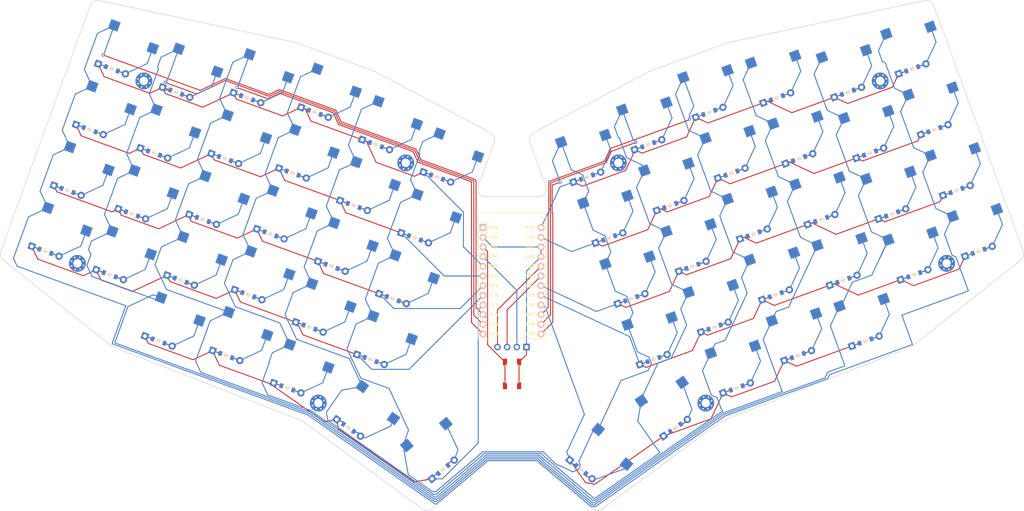
<source format=kicad_pcb>
(kicad_pcb (version 20240108) (generator "pcbnew") (generator_version "8.0")
  (title_block (title "tutorial") (rev "v1.0.0") (company "Unknown"))
  (layers (0 "F.Cu" signal) (31 "B.Cu" signal) (34 "B.Paste" user) (35 "F.Paste" user) (36 "B.SilkS" user "B.Silkscreen") (37 "F.SilkS" user "F.Silkscreen") (38 "B.Mask" user) (39 "F.Mask" user) (44 "Edge.Cuts" user))
  (net 0 "")
  (net 1 "P14")
  (net 2 "outer_bottom")
  (net 3 "outer_home")
  (net 4 "outer_top")
  (net 5 "outer_num")
  (net 6 "P16")
  (net 7 "pinky_bottom")
  (net 8 "pinky_home")
  (net 9 "pinky_top")
  (net 10 "pinky_num")
  (net 11 "ring_mod")
  (net 12 "P10")
  (net 13 "ring_bottom")
  (net 14 "ring_home")
  (net 15 "ring_top")
  (net 16 "ring_num")
  (net 17 "middle_mod")
  (net 18 "P7")
  (net 19 "middle_bottom")
  (net 20 "middle_home")
  (net 21 "middle_top")
  (net 22 "middle_num")
  (net 23 "index_mod")
  (net 24 "P8")
  (net 25 "index_bottom")
  (net 26 "index_home")
  (net 27 "index_top")
  (net 28 "index_num")
  (net 29 "P9")
  (net 30 "inner_bottom")
  (net 31 "inner_home")
  (net 32 "inner_top")
  (net 33 "inner_num")
  (net 34 "layer_cluster")
  (net 35 "space_cluster")
  (net 36 "mirror_outer_bottom")
  (net 37 "mirror_outer_home")
  (net 38 "mirror_outer_top")
  (net 39 "mirror_outer_num")
  (net 40 "mirror_pinky_bottom")
  (net 41 "mirror_pinky_home")
  (net 42 "mirror_pinky_top")
  (net 43 "mirror_pinky_num")
  (net 44 "mirror_ring_mod")
  (net 45 "mirror_ring_bottom")
  (net 46 "mirror_ring_home")
  (net 47 "mirror_ring_top")
  (net 48 "mirror_ring_num")
  (net 49 "mirror_middle_mod")
  (net 50 "mirror_middle_bottom")
  (net 51 "mirror_middle_home")
  (net 52 "mirror_middle_top")
  (net 53 "mirror_middle_num")
  (net 54 "mirror_index_mod")
  (net 55 "mirror_index_bottom")
  (net 56 "mirror_index_home")
  (net 57 "mirror_index_top")
  (net 58 "mirror_index_num")
  (net 59 "mirror_inner_bottom")
  (net 60 "mirror_inner_home")
  (net 61 "mirror_inner_top")
  (net 62 "mirror_inner_num")
  (net 63 "mirror_layer_cluster")
  (net 64 "mirror_space_cluster")
  (net 65 "P18")
  (net 66 "P19")
  (net 67 "P20")
  (net 68 "P21")
  (net 69 "P15")
  (net 70 "P5")
  (net 71 "P4")
  (net 72 "P0")
  (net 73 "P1")
  (net 74 "P6")
  (net 75 "RAW")
  (net 76 "GND")
  (net 77 "RST")
  (net 78 "VCC")
  (net 79 "P2")
  (net 80 "P3")
  (footprint "E73:SW_TACT_ALPS_SKQGABE010" (layer "F.Cu") (at 176.506022 151.324862 -90)
    (property "Reference" "B1" (hide yes))
    (property "Value" "" (hide yes))
  )
  (footprint "PG1350" (layer "F.Cu") (at 96.988996 106.062586 -20)
    (property "Reference" "S11" (hide yes))
    (property "Value" "" (hide yes))
  )
  (footprint "PG1350" (layer "F.Cu") (at 261.837414 122.037364 20)
    (property "Reference" "S39" (hide yes))
    (property "Value" "" (hide yes))
  )
  (footprint "PG1350" (layer "F.Cu") (at 61.449962 98.448328 -20)
    (property "Reference" "S2" (hide yes))
    (property "Value" "" (hide yes))
  )
  (footprint "ComboDiode" (layer "F.Cu") (at 53.92551 119.121576 -20)
    (property "Reference" "D1" (hide yes))
    (property "Value" "" (hide yes))
  )
  (footprint "lib:OLED_headers" (layer "F.Cu") (at 170.506026 145.880899 90)
    (property "Reference" "OLED1" (hide yes))
    (property "Value" "OLED")
  )
  (footprint "PG1350" (layer "F.Cu") (at 89.993108 72.655139 -20)
    (property "Reference" "S8" (hide yes))
    (property "Value" "" (hide yes))
  )
  (footprint "PG1350" (layer "F.Cu") (at 233.822814 150.324856 20)
    (property "Reference" "S48" (hide yes))
    (property "Value" "" (hide yes))
  )
  (footprint "ComboDiode" (layer "F.Cu") (at 263.547514 126.735832 20)
    (property "Reference" "D39" (hide yes))
    (property "Value" "" (hide yes))
  )
  (footprint "PG1350" (layer "F.Cu") (at 78.364419 104.604684 -20)
    (property "Reference" "S6" (hide yes))
    (property "Value" "" (hide yes))
  )
  (footprint "ComboDiode" (layer "F.Cu") (at 276.357729 109.303146 20)
    (property "Reference" "D35" (hide yes))
    (property "Value" "" (hide yes))
  )
  (footprint "ComboDiode" (layer "F.Cu") (at 269.361843 142.710605 20)
    (property "Reference" "D38" (hide yes))
    (property "Value" "" (hide yes))
  )
  (footprint "PG1350" (layer "F.Cu") (at 211.949056 142.855684 20)
    (property "Reference" "S53" (hide yes))
    (property "Value" "" (hide yes))
  )
  (footprint "PG1350" (layer "F.Cu") (at 244.067887 125.84449 20)
    (property "Reference" "S44" (hide yes))
    (property "Value" "" (hide yes))
  )
  (footprint "PG1350" (layer "F.Cu") (at 267.651753 138.012141 20)
    (property "Reference" "S38" (hide yes))
    (property "Value" "" (hide yes))
  )
  (footprint "PG1350" (layer "F.Cu") (at 84.178757 88.629917 -20)
    (property "Reference" "S7" (hide yes))
    (property "Value" "" (hide yes))
  )
  (footprint "PG1350" (layer "F.Cu") (at 72.550079 120.579472 -20)
    (property "Reference" "S5" (hide yes))
    (property "Value" "" (hide yes))
  )
  (footprint "PG1350" (layer "F.Cu") (at 152.691687 110.906135 -20)
    (property "Reference" "S26" (hide yes))
    (property "Value" "" (hide yes))
  )
  (footprint "PG1350" (layer "F.Cu") (at 126.387193 77.920166 -20)
    (property "Reference" "S18" (hide yes))
    (property "Value" "" (hide yes))
  )
  (footprint "PG1350" (layer "F.Cu") (at 216.56805 161.39389 35)
    (property "Reference" "S57" (hide yes))
    (property "Value" "" (hide yes))
  )
  (footprint "ComboDiode" (layer "F.Cu") (at 133.576123 165.489643 -35)
    (property "Reference" "D28" (hide yes))
    (property "Value" "" (hide yes))
  )
  (footprint "ComboDiode" (layer "F.Cu") (at 207.844813 131.579371 20)
    (property "Reference" "D54" (hide yes))
    (property "Value" "" (hide yes))
  )
  (footprint "ComboDiode" (layer "F.Cu") (at 88.28301 77.353601 -20)
    (property "Reference" "D8" (hide yes))
    (property "Value" "" (hide yes))
  )
  (footprint "ComboDiode" (layer "F.Cu") (at 139.352898 147.554156 -20)
    (property "Reference" "D24" (hide yes))
    (property "Value" "" (hide yes))
  )
  (footprint "PG1350" (layer "F.Cu") (at 280.461958 120.579456 20)
    (property "Reference" "S34" (hide yes))
    (property "Value" "" (hide yes))
  )
  (footprint "PG1350" (layer "F.Cu") (at 206.134708 126.880895 20)
    (property "Reference" "S54" (hide yes))
    (property "Value" "" (hide yes))
  )
  (footprint "PG1350" (layer "F.Cu") (at 249.882233 141.819269 20)
    (property "Reference" "S43" (hide yes))
    (property "Value" "" (hide yes))
  )
  (footprint "MountingHole_2.2mm_M2_Pad_Via" (layer "F.Cu") (at 290.6635 122.293709 20)
    (property "Reference" "_6" (hide yes))
    (property "Value" "")
  )
  (footprint "ComboDiode" (layer "F.Cu") (at 194.605202 176.431158 -40)
    (property "Reference" "D58" (hide yes))
    (property "Value" "" (hide yes))
  )
  (footprint "PG1350" (layer "F.Cu") (at 291.562092 98.448326 20)
    (property "Reference" "S31" (hide yes))
    (property "Value" "" (hide yes))
  )
  (footprint "ComboDiode" (layer "F.Cu") (at 71.368545 71.197244 -20)
    (property "Reference" "D4" (hide yes))
    (property "Value" "" (hide yes))
  )
  (footprint "PG1350" (layer "F.Cu") (at 120.572845 93.894951 -20)
    (property "Reference" "S17" (hide yes))
    (property "Value" "" (hide yes))
  )
  (footprint "ComboDiode" (layer "F.Cu") (at 140.736511 91.124229 -20)
    (property "Reference" "D23" (hide yes))
    (property "Value" "" (hide yes))
  )
  (footprint "PG1350" (layer "F.Cu") (at 146.877338 126.880909 -20)
    (property "Reference" "S25" (hide yes))
    (property "Value" "" (hide yes))
  )
  (footprint "ComboDiode" (layer "F.Cu") (at 219.435933 165.489654 35)
    (property "Reference" "D57" (hide yes))
    (property "Value" "" (hide yes))
  )
  (footprint "PG1350" (layer "F.Cu") (at 274.647633 104.604685 20)
    (property "Reference" "S35" (hide yes))
    (property "Value" "" (hide yes))
  )
  (footprint "ComboDiode" (layer "F.Cu") (at 117.479136 155.023329 -20)
    (property "Reference" "D19" (hide yes))
    (property "Value" "" (hide yes))
  )
  (footprint "ComboDiode" (layer "F.Cu") (at 229.718574 139.048546 20)
    (property "Reference" "D49" (hide yes))
    (property "Value" "" (hide yes))
  )
  (footprint "PG1350" (layer "F.Cu") (at 119.18924 150.324867 -20)
    (property "Reference" "S19" (hide yes))
    (property "Value" "" (hide yes))
  )
  (footprint "PG1350" (layer "F.Cu") (at 114.758498 109.869711 -20)
    (property "Reference" "S16" (hide yes))
    (property "Value" "" (hide yes))
  )
  (footprint "PG1350" (layer "F.Cu") (at 136.443999 161.393873 -35)
    (property "Reference" "S28" (hide yes))
    (property "Value" "" (hide yes))
  )
  (footprint "PG1350" (layer "F.Cu") (at 194.506023 94.931369 20)
    (property "Reference" "S56" (hide yes))
    (property "Value" "" (hide yes))
  )
  (footprint "ComboDiode" (layer "F.Cu") (at 270.543391 93.328374 20)
    (property "Reference" "D36" (hide yes))
    (property "Value" "" (hide yes))
  )
  (footprint "ComboDiode" (layer "F.Cu") (at 106.90757 78.811503 -20)
    (property "Reference" "D13" (hide yes))
    (property "Value" "" (hide yes))
  )
  (footprint "MountingHole_2.2mm_M2_Pad_Via" (layer "F.Cu") (at 148.578103 95.893856 -20)
    (property "Reference" "_3" (hide yes))
    (property "Value" "")
  )
  (footprint "PG1350" (layer "F.Cu") (at 197.819145 172.600936 -40)
    (property "Reference" "S58" (hide yes))
    (property "Value" "" (hide yes))
  )
  (footprint "PG1350" (layer "F.Cu") (at 200.320375 110.906136 20)
    (property "Reference" "S55" (hide yes))
    (property "Value" "" (hide yes))
  )
  (footprint "PG1350" (layer "F.Cu") (at 285.747758 82.473557 20)
    (property "Reference" "S32" (hide yes))
    (property "Value" "" (hide yes))
  )
  (footprint "ComboDiode" (layer "F.Cu") (at 156.795931 99.629824 -20)
    (property "Reference" "D27" (hide yes))
    (property "Value" "" (hide yes))
  )
  (footprint "PG1350" (layer "F.Cu") (at 125.00359 134.350095 -20)
    (property "Reference" "S20" (hide yes))
    (property "Value" "" (hide yes))
  )
  (footprint "PG1350" (layer "F.Cu") (at 268.833283 88.629919 20)
    (property "Reference" "S36" (hide yes))
    (property "Value" "" (hide yes))
  )
  (footprint "ComboDiode" (layer "F.Cu") (at 65.554202 87.172016 -20)
    (property "Reference" "D3" (hide yes))
    (property "Value" "" (hide yes))
  )
  (footprint "ComboDiode" (layer "F.Cu") (at 113.048404 114.568183 -20)
    (property "Reference" "D16" (hide yes))
    (property "Value" "" (hide yes))
  )
  (footprint "PG1350" (layer "F.Cu") (at 297.376445 114.423105 20)
    (property "Reference" "S30" (hide yes))
    (property "Value" "" (hide yes))
  )
  (footprint "ComboDiode" (layer "F.Cu") (at 59.739854 103.146791 -20)
    (property "Reference" "D2" (hide yes))
    (property "Value" "" (hide yes))
  )
  (footprint "PG1350" (layer "F.Cu") (at 130.817922 118.375318 -20)
    (property "Reference" "S21" (hide yes))
    (property "Value" "" (hide yes))
  )
  (footprint "ComboDiode" (layer "F.Cu") (at 293.272195 103.14679 20)
    (property "Reference" "D31" (hide yes))
    (property "Value" "" (hide yes))
  )
  (footprint "ComboDiode" (layer "F.Cu") (at 264.729042 77.353608 20)
    (property "Reference" "D37" (hide yes))
    (property "Value" "" (hide yes))
  )
  (footprint "PG1350" (layer "F.Cu") (at 85.360304 138.012143 -20)
    (property "Reference" "S9" (hide yes))
    (property "Value" "" (hide yes))
  )
  (footprint "MountingHole_2.2mm_M2_Pad_Via" (layer "F.Cu") (at 79.791568 74.369393 -20)
    (property "Reference" "_1" (hide yes))
    (property "Value" "")
  )
  (footprint "ProMicro" (layer "F.Cu") (at 176.506011 126.880922 -90)
    (property "Reference" "MCU1" (hide yes))
    (property "Value" "" (hide yes))
  )
  (footprint "ComboDiode" (layer "F.Cu") (at 101.093225 94.786275 -20)
    (property "Reference" "D12" (hide yes))
    (property "Value" "" (hide yes))
  )
  (footprint "ComboDiode" (layer "F.Cu") (at 251.592328 146.517729 20)
    (property "Reference" "D43" (hide yes))
    (property "Value" "" (hide yes))
  )
  (footprint "ComboDiode" (layer "F.Cu") (at 95.27889 110.761057 -20)
    (property "Reference" "D11" (hide yes))
    (property "Value" "" (hide yes))
  )
  (footprint "PG1350" (layer "F.Cu") (at 228.008467 134.350084 20)
    (property "Reference" "S49" (hide yes))
    (property "Value" "" (hide yes))
  )
  (footprint "PG1350" (layer "F.Cu") (at 210.565442 86.425759 20)
    (property "Reference" "S52" (hide yes))
    (property "Value" "" (hide yes))
  )
  (footprint "ComboDiode" (layer "F.Cu") (at 287.457856 87.172012 20)
    (property "Reference" "D32" (hide yes))
    (property "Value" "" (hide yes))
  )
  (footprint "ComboDiode" (layer "F.Cu") (at 124.677088 82.618637 -20)
    (property "Reference" "D18" (hide yes))
    (property "Value" "" (hide yes))
  )
  (footprint "MountingHole_2.2mm_M2_Pad_Via" (layer "F.Cu") (at 62.348546 122.293715 -20)
    (property "Reference" "_2" (hide yes))
    (property "Value" "")
  )
  (footprint "ComboDiode" (layer "F.Cu") (at 235.532917 155.02332 20)
    (property "Reference" "D48" (hide yes))
    (property "Value" "" (hide yes))
  )
  (footprint "ComboDiode" (layer "F.Cu") (at 158.406849 176.431156 40)
    (property "Reference" "D29" (hide yes))
    (property "Value" "" (hide yes))
  )
  (footprint "ComboDiode" (layer "F.Cu") (at 107.234066 130.54297 -20)
    (property "Reference" "D15" (hide yes))
    (property "Value" "" (hide yes))
  )
  (footprint "ComboDiode" (layer "F.Cu") (at 251.918812 94.786276 20)
    (property "Reference" "D41" (hide yes))
    (property "Value" "" (hide yes))
  )
  (footprint "ComboDiode" (layer "F.Cu") (at 150.981581 115.604599 -20)
    (property "Reference" "D26" (hide yes))
    (property "Value" "" (hide yes))
  )
  (footprint "ComboDiode" (layer "F.Cu") (at 212.275541 91.124228 20)
    (property "Reference" "D52" (hide yes))
    (property "Value" "" (hide yes))
  )
  (footprint "ComboDiode" (layer "F.Cu") (at 234.149303 98.593402 20)
    (property "Reference" "D46" (hide yes))
    (property "Value" "" (hide yes))
  )
  (footprint "ComboDiode" (layer "F.Cu") (at 282.172079 125.277933 20)
    (property "Reference" "D34" (hide yes))
    (property "Value" "" (hide yes))
  )
  (footprint "PG1350" (layer "F.Cu") (at 256.023062 106.062592 20)
    (property "Reference" "S40" (hide yes))
    (property "Value" "" (hide yes))
  )
  (footprint "PG1350" (layer "F.Cu") (at 244.39438 74.113045 20)
    (property "Reference" "S42" (hide yes))
    (property "Value" "" (hide yes))
  )
  (footprint "PG1350" (layer "F.Cu") (at 232.439192 93.894935 20)
    (property "Reference" "S46" (hide yes))
    (property "Value" "" (hide yes))
  )
  (footprint "ComboDiode" (layer "F.Cu") (at 123.293486 139.048554 -20)
    (property "Reference" "D20" (hide yes))
    (property "Value" "" (hide yes))
  )
  (footprint "ComboDiode" (layer "F.Cu") (at 82.468661 93.328377 -20)
    (property "Reference" "D7" (hide yes))
    (property "Value" "" (hide yes))
  )
  (footprint "PG1350" (layer "F.Cu") (at 155.192899 172.600929 40)
    (property "Reference" "S29" (hide yes))
    (property "Value" "" (hide yes))
  )
  (footprint "MountingHole_2.2mm_M2_Pad_Via" (layer "F.Cu") (at 204.43394 95.893853 20)
    (property "Reference" "_7" (hide yes))
    (property "Value" "")
  )
  (footprint "ComboDiode" (layer "F.Cu") (at 196.216121 99.629815 20)
    (property "Reference" "D56" (hide yes))
    (property "Value" "" (hide yes))
  )
  (footprint "ComboDiode" (layer "F.Cu") (at 76.654321 109.303154 -20)
    (property "Reference" "D6" (hide yes))
    (property "Value" "" (hide yes))
  )
  (footprint "ComboDiode" (layer "F.Cu") (at 70.839985 125.277919 -20)
    (property "Reference" "D5" (hide yes))
    (property "Value" "" (hide yes))
  )
  (footprint "ComboDiode" (layer "F.Cu") (at 281.643515 71.197239 20)
    (property "Reference" "D33" (hide yes))
    (property "Value" "" (hide yes))
  )
  (footprint "ComboDiode" (layer "F.Cu") (at 223.904218 123.073769 20)
    (property "Reference" "D50" (hide yes))
    (property "Value" "" (hide yes))
  )
  (footprint "ComboDiode" (layer "F.Cu") (at 83.650186 142.710607 -20)
    (property "Reference" "D9" (hide yes))
    (property "Value" "" (hide yes))
  )
  (footprint "ComboDiode" (layer "F.Cu") (at 246.104474 78.811499 20)
    (property "Reference" "D42" (hide yes))
    (property "Value" "" (hide yes))
  )
  (footprint "PG1350" (layer "F.Cu") (at 108.944179 125.844501 -20)
    (property "Reference" "S15" (hide yes))
    (property "Value" "" (hide yes))
  )
  (footprint "MountingHole_2.2mm_M2_Pad_Via" (layer "F.Cu") (at 227.400608 158.994209 20)
    (property "Reference" "_8" (hide yes))
    (property "Value" "")
  )
  (footprint "ComboDiode" (layer "F.Cu") (at 202.030465 115.604591 20)
    (property "Reference" "D55" (hide yes))
    (property "Value" "" (hide yes))
  )
  (footprint "PG1350" (layer "F.Cu") (at 67.264301 82.473561 -20)
    (property "Reference" "S3" (hide yes))
    (property "Value" "" (hide yes))
  )
  (footprint "ComboDiode" (layer "F.Cu") (at 299.086542 119.121564 20)
    (property "Reference" "D30" (hide yes))
    (property "Value" "" (hide yes))
  )
  (footprint "MountingHole_2.2mm_M2_Pad_Via" (layer "F.Cu") (at 125.611455 158.994219 -20)
    (property "Reference" "_4" (hide yes))
    (property "Value" "")
  )
  (footprint "PG1350" (layer "F.Cu") (at 55.635611 114.423106 -20)
    (property "Reference" "S1" (hide yes))
    (property "Value" "" (hide yes))
  )
  (footprint "ComboDiode" (layer "F.Cu") (at 228.334964 82.618635 20)
    (property "Reference" "D47" (hide yes))
    (property "Value" "" (hide yes))
  )
  (footprint "PG1350" (layer "F.Cu") (at 263.018946 72.655145 20)
    (property "Reference" "S37" (hide yes))
    (property "Value" "" (hide yes))
  )
  (footprint "PG1350" (layer "F.Cu") (at 102.80334 90.087821 -20)
    (property "Reference" "S12" (hide yes))
    (property "Value" "" (hide yes))
  )
  (footprint "PG1350" (layer "F.Cu") (at 279.933409 66.498779 20)
    (property "Reference" "S33" (hide yes))
    (property "Value" "" (hide yes))
  )
  (footprint "PG1350" (layer "F.Cu") (at 136.632261 102.40054 -20)
    (property "Reference" "S22" (hide yes))
    (property "Value" "" (hide yes))
  )
  (footprint "ComboDiode" (layer "F.Cu") (at 218.08988 107.099004 20)
    (property "Reference" "D51" (hide yes))
    (property "Value" "" (hide yes))
  )
  (footprint "ComboDiode" (layer "F.Cu") (at 134.922164 107.099002 -20)
    (property "Reference" "D22" (hide yes))
    (property "Value" "" (hide yes))
  )
  (footprint "PG1350" (layer "F.Cu") (at 91.174653 122.037366 -20)
    (property "Reference" "S10" (hide yes))
    (property "Value" "" (hide yes))
  )
  (footprint "PG1350" (layer "F.Cu") (at 142.446597 86.425756 -20)
    (property "Reference" "S23" (hide yes))
    (property "Value" "" (hide yes))
  )
  (footprint "PG1350" (layer "F.Cu") (at 108.617674 74.113047 -20)
    (property "Reference" "S13" (hide yes))
    (property "Value" "" (hide yes))
  )
  (footprint "MountingHole_2.2mm_M2_Pad_Via" (layer "F.Cu") (at 273.22048 74.369388 20)
    (property "Reference" "_5" (hide yes))
    (property "Value" "")
  )
  (footprint "PG1350" (layer "F.Cu") (at 222.194126 118.375313 20)
    (property "Reference" "S50" (hide yes))
    (property "Value" "" (hide yes))
  )
  (footprint "ComboDiode" (layer "F.Cu") (at 118.86275 98.593421 -20)
    (property "Reference" "D17" (hide yes))
    (property "Value" "" (hide yes))
  )
  (footprint "PG1350" (layer "F.Cu") (at 250.208716 90.087812 20)
    (property "Reference" "S41" (hide yes))
    (property "Value" "" (hide yes))
  )
  (footprint "ComboDiode" (layer "F.Cu") (at 245.777993 130.54296 20)
    (property "Reference" "D44" (hide yes))
    (property "Value" "" (hide yes))
  )
  (footprint "PG1350" (layer "F.Cu") (at 158.506024 94.931362 -20)
    (property "Reference" "S27" (hide yes))
    (property "Value" "" (hide yes))
  )
  (footprint "ComboDiode" (layer "F.Cu") (at 213.659156 147.554145 20)
    (property "Reference" "D53" (hide yes))
    (property "Value" "" (hide yes))
  )
  (footprint "PG1350" (layer "F.Cu") (at 226.624861 77.920167 20)
    (property "Reference" "S47" (hide yes))
    (property "Value" "" (hide yes))
  )
  (footprint "PG1350" (layer "F.Cu") (at 73.078637 66.49877 -20)
    (property "Reference" "S4" (hide yes))
    (property "Value" "" (hide yes))
  )
  (footprint "ComboDiode" (layer "F.Cu") (at 89.464541 126.735819 -20)
    (property "Reference" "D10" (hide yes))
    (property "Value" "" (hide yes))
  )
  (footprint "PG1350" (layer "F.Cu") (at 216.37979 102.400533 20)
    (property "Reference" "S51" (hide yes))
    (property "Value" "" (hide yes))
  )
  (footprint "ComboDiode" (layer "F.Cu") (at 257.733159 110.761051 20)
    (property "Reference" "D40" (hide yes))
    (property "Value" "" (hide yes))
  )
  (footprint "PG1350" (layer "F.Cu") (at 141.062992 142.855684 -20)
    (property "Reference" "S24" (hide yes))
    (property "Value" "" (hide yes))
  )
  (footprint "PG1350" (layer "F.Cu") (at 238.253544 109.869722 20)
    (property "Reference" "S45" (hide yes))
    (property "Value" "" (hide yes))
  )
  (footprint "PG1350" (layer "F.Cu") (at 103.129824 141.819267 -20)
    (property "Reference" "S14" (hide yes))
    (property "Value" "" (hide yes))
  )
  (footprint "ComboDiode" (layer "F.Cu") (at 239.963654 114.568177 20)
    (property "Reference" "D45" (hide yes))
    (property "Value" "" (hide yes))
  )
  (footprint "ComboDiode" (layer "F.Cu") (at 101.419716 146.517734 -20)
    (property "Reference" "D14" (hide yes))
    (property "Value" "" (hide yes))
  )
  (footprint "ComboDiode" (layer "F.Cu") (at 129.107824 123.073783 -20)
    (property "Reference" "D21" (hide yes))
    (property "Value" "" (hide yes))
  )
  (footprint "ComboDiode" (layer "F.Cu") (at 145.167245 131.57937 -20)
    (property "Reference" "D25" (hide yes))
    (property "Value" "" (hide yes))
  )
  (gr_arc (start 281.814449 143.930309) (mid 281.568434 144.097314) (end 281.300381 144.226006) (stroke (width 0.15)) (layer "Edge.Cuts"))
  (gr_arc (start 42.836956 121.423731) (mid 42.155619 120.401081) (end 42.200801 119.173071) (stroke (width 0.15)) (layer "Edge.Cuts"))
  (gr_line (start 185.415635 102.117543) (end 181.17379 90.463217) (stroke (width 0.15)) (layer "Edge.Cuts"))
  (gr_line (start 281.300381 144.226006) (end 231.844905 163.590252) (stroke (width 0.15)) (layer "Edge.Cuts"))
  (gr_arc (start 65.737635 54.50618) (mid 66.648815 53.440213) (end 68.036012 53.234627) (stroke (width 0.15)) (layer "Edge.Cuts"))
  (gr_line (start 310.175108 121.423723) (end 281.814449 143.930309) (stroke (width 0.15)) (layer "Edge.Cuts"))
  (gr_arc (start 121.16715 163.590244) (mid 121.402565 163.700562) (end 121.621672 163.840496) (stroke (width 0.15)) (layer "Edge.Cuts"))
  (gr_line (start 181.977067 174.278155) (end 171.034976 174.278151) (stroke (width 0.15)) (layer "Edge.Cuts"))
  (gr_arc (start 181.17379 90.463217) (mid 181.186611 89.060928) (end 182.11711 88.011754) (stroke (width 0.15)) (layer "Edge.Cuts"))
  (gr_line (start 121.16715 163.590244) (end 71.711672 144.225996) (stroke (width 0.15)) (layer "Edge.Cuts"))
  (gr_arc (start 170.894954 88.011752) (mid 171.825459 89.060928) (end 171.838252 90.463212) (stroke (width 0.15)) (layer "Edge.Cuts"))
  (gr_line (start 287.274423 54.506183) (end 310.811234 119.173075) (stroke (width 0.15)) (layer "Edge.Cuts"))
  (gr_line (start 171.838252 90.463212) (end 167.59641 102.117541) (stroke (width 0.15)) (layer "Edge.Cuts"))
  (gr_line (start 119.771661 64.338452) (end 140.185134 71.768344) (stroke (width 0.15)) (layer "Edge.Cuts"))
  (gr_arc (start 155.423337 186.767057) (mid 154.202521 187.233945) (end 152.95404 186.847054) (stroke (width 0.15)) (layer "Edge.Cuts"))
  (gr_arc (start 169.475826 104.801589) (mid 167.837483 103.948735) (end 167.59641 102.117541) (stroke (width 0.15)) (layer "Edge.Cuts"))
  (gr_arc (start 181.977067 174.278155) (mid 182.6611 174.39879) (end 183.262649 174.746062) (stroke (width 0.15)) (layer "Edge.Cuts"))
  (gr_line (start 140.437167 71.880317) (end 170.894957 88.011751) (stroke (width 0.15)) (layer "Edge.Cuts"))
  (gr_arc (start 140.185134 71.768344) (mid 140.313087 71.819973) (end 140.437167 71.880317) (stroke (width 0.15)) (layer "Edge.Cuts"))
  (gr_line (start 68.036012 53.234627) (end 119.506632 64.262222) (stroke (width 0.15)) (layer "Edge.Cuts"))
  (gr_line (start 182.11711 88.011754) (end 212.574884 71.88031) (stroke (width 0.15)) (layer "Edge.Cuts"))
  (gr_arc (start 169.749396 174.746066) (mid 170.350932 174.398763) (end 171.034976 174.278151) (stroke (width 0.15)) (layer "Edge.Cuts"))
  (gr_arc (start 284.976039 53.234599) (mid 286.363247 53.440194) (end 287.274423 54.506183) (stroke (width 0.15)) (layer "Edge.Cuts"))
  (gr_arc (start 200.058006 186.847053) (mid 198.809535 187.233916) (end 197.588716 186.767063) (stroke (width 0.15)) (layer "Edge.Cuts"))
  (gr_line (start 197.588716 186.767063) (end 183.262649 174.746062) (stroke (width 0.15)) (layer "Edge.Cuts"))
  (gr_arc (start 233.240376 64.338459) (mid 233.371587 64.295766) (end 233.505427 64.262216) (stroke (width 0.15)) (layer "Edge.Cuts"))
  (gr_arc (start 231.390385 163.840489) (mid 231.609493 163.700563) (end 231.844905 163.590252) (stroke (width 0.15)) (layer "Edge.Cuts"))
  (gr_arc (start 185.415635 102.117543) (mid 185.174549 103.94872) (end 183.536244 104.80158) (stroke (width 0.15)) (layer "Edge.Cuts"))
  (gr_line (start 231.390385 163.840489) (end 200.058006 186.847057) (stroke (width 0.15)) (layer "Edge.Cuts"))
  (gr_line (start 42.200801 119.173071) (end 65.737633 54.50618) (stroke (width 0.15)) (layer "Edge.Cuts"))
  (gr_line (start 233.505427 64.262216) (end 284.976042 53.234605) (stroke (width 0.15)) (layer "Edge.Cuts"))
  (gr_arc (start 310.811234 119.173075) (mid 310.85643 120.401063) (end 310.175108 121.423723) (stroke (width 0.15)) (layer "Edge.Cuts"))
  (gr_line (start 71.197621 143.930306) (end 42.836956 121.423731) (stroke (width 0.15)) (layer "Edge.Cuts"))
  (gr_line (start 152.95404 186.847054) (end 121.621672 163.840496) (stroke (width 0.15)) (layer "Edge.Cuts"))
  (gr_arc (start 71.711672 144.226003) (mid 71.443627 144.097312) (end 71.197621 143.930306) (stroke (width 0.15)) (layer "Edge.Cuts"))
  (gr_line (start 212.826926 71.768338) (end 233.240374 64.338447) (stroke (width 0.15)) (layer "Edge.Cuts"))
  (gr_arc (start 212.574884 71.88031) (mid 212.698972 71.819972) (end 212.826926 71.768338) (stroke (width 0.15)) (layer "Edge.Cuts"))
  (gr_line (start 169.475816 104.801575) (end 183.536244 104.80158) (stroke (width 0.15)) (layer "Edge.Cuts"))
  (gr_arc (start 119.506632 64.262222) (mid 119.640461 64.295767) (end 119.771661 64.338452) (stroke (width 0.15)) (layer "Edge.Cuts"))
  (gr_line (start 169.749396 174.746066) (end 155.423337 186.767057) (stroke (width 0.15)) (layer "Edge.Cuts"))
  (segment (start 112.660532 77.920363) (end 101.230477 73.760164) (width 0.25) (layer "F.Cu") (net 1))
  (segment (start 115.384164 76.65031) (end 112.660532 77.920363) (width 0.25) (layer "F.Cu") (net 1))
  (segment (start 166.822358 100.267494) (end 152.573877 95.081473) (width 0.25) (layer "F.Cu") (net 1))
  (segment (start 94.59762 76.853125) (end 69.072179 67.562621) (width 0.25) (layer "F.Cu") (net 1))
  (segment (start 168.886017 135.770915) (end 169.430594 135.969124) (width 0.25) (layer "F.Cu") (net 1))
  (segment (start 169.430594 135.969124) (end 169.637316 136.412462) (width 0.25) (layer "F.Cu") (net 1))
  (segment (start 152.573877 95.081473) (end 151.258995 92.261708) (width 0.25) (layer "F.Cu") (net 1))
  (segment (start 167.060256 133.945166) (end 167.060255 109.15299) (width 0.25) (layer "F.Cu") (net 1))
  (segment (start 168.886011 135.770917) (end 167.060256 133.945166) (width 0.25) (layer "F.Cu") (net 1))
  (segment (start 167.060255 109.15299) (end 167.06026 100.77767) (width 0.25) (layer "F.Cu") (net 1))
  (segment (start 131.640156 85.121037) (end 130.205748 82.044922) (width 0.25) (layer "F.Cu") (net 1))
  (segment (start 167.06026 100.77767) (end 166.822358 100.267494) (width 0.25) (layer "F.Cu") (net 1))
  (segment (start 169.637316 136.412462) (end 169.63732 136.37666) (width 0.25) (layer "F.Cu") (net 1))
  (segment (start 151.258995 92.261708) (end 131.640156 85.121037) (width 0.25) (layer "F.Cu") (net 1))
  (segment (start 130.205748 82.044922) (end 115.384164 76.65031) (width 0.25) (layer "F.Cu") (net 1))
  (segment (start 101.230477 73.760164) (end 94.59762 76.853125) (width 0.25) (layer "F.Cu") (net 1))
  (via (at 69.072179 67.562621) (size 0.8) (drill 0.4) (layers "F.Cu" "B.Cu") (net 1))
  (segment (start 197.389174 186.220508) (end 194.104518 183.464354) (width 0.25) (layer "B.Cu") (net 1))
  (segment (start 194.101167 183.426038) (end 191.530914 181.269342) (width 0.25) (layer "B.Cu") (net 1))
  (segment (start 49.493114 110.089991) (end 48.740759 112.157104) (width 0.25) (layer "B.Cu") (net 1))
  (segment (start 69.072179 67.562621) (end 69.233655 67.487321) (width 0.25) (layer "B.Cu") (net 1))
  (segment (start 194.104518 183.464354) (end 194.101167 183.426038) (width 0.25) (layer "B.Cu") (net 1))
  (segment (start 90.96889 150.51313) (end 122.91845 162.141809) (width 0.25) (layer "B.Cu") (net 1))
  (segment (start 61.798758 77.824776) (end 66.221817 75.762269) (width 0.25) (layer "B.Cu") (net 1))
  (segment (start 45.535747 120.962764) (end 46.509499 123.05095) (width 0.25) (layer "B.Cu") (net 1))
  (segment (start 58.344964 87.31397) (end 61.798758 77.824776) (width 0.25) (layer "B.Cu") (net 1))
  (segment (start 55.98442 93.799551) (end 60.407469 91.737034) (width 0.25) (layer "B.Cu") (net 1))
  (segment (start 170.631446 174.085979) (end 170.639266 174.078159) (width 0.25) (layer "B.Cu") (net 1))
  (segment (start 54.59313 107.711813) (end 49.493114 110.089991) (width 0.25) (layer "B.Cu") (net 1))
  (segment (start 54.593134 107.711814) (end 52.530621 103.288756) (width 0.25) (layer "B.Cu") (net 1))
  (segment (start 69.233655 67.487321) (end 72.036173 59.78749) (width 0.25) (layer "B.Cu") (net 1))
  (segment (start 281.69868 143.6051) (end 259.897808 151.539956) (width 0.25) (layer "B.Cu") (net 1))
  (segment (start 170.143483 174.085979) (end 170.631446 174.085979) (width 0.25) (layer "B.Cu") (net 1))
  (segment (start 71.611227 143.467508) (end 90.96889 150.51313) (width 0.25) (layer "B.Cu") (net 1))
  (segment (start 292.116984 120.185448) (end 293.142361 120.663589) (width 0.25) (layer "B.Cu") (net 1))
  (segment (start 183.109456 174.078158) (end 170.639266 174.078159) (width 0.25) (layer "B.Cu") (net 1))
  (segment (start 296.372394 129.538038) (end 278.894105 135.899623) (width 0.25) (layer "B.Cu") (net 1))
  (segment (start 66.221817 75.762269) (end 64.15932 71.339197) (width 0.25) (layer "B.Cu") (net 1))
  (segment (start 169.738562 174.490895) (end 169.595204 174.607185) (width 0.25) (layer "B.Cu") (net 1))
  (segment (start 292.263924 109.952049) (end 290.089524 114.615053) (width 0.25) (layer "B.Cu") (net 1))
  (segment (start 287.840863 107.889533) (end 284.387083 98.400336) (width 0.25) (layer "B.Cu") (net 1))
  (segment (start 71.49169 143.21117) (end 71.611227 143.467508) (width 0.25) (layer "B.Cu") (net 1))
  (segment (start 232.319479 162.442472) (end 198.411012 186.185437) (width 0.25) (layer "B.Cu") (net 1))
  (segment (start 197.845568 186.180578) (end 197.389174 186.220508) (width 0.25) (layer "B.Cu") (net 1))
  (segment (start 259.412102 152.581555) (end 232.319479 162.442472) (width 0.25) (layer "B.Cu") (net 1))
  (segment (start 183.884718 174.853412) (end 183.884716 174.853411) (width 0.25) (layer "B.Cu") (net 1))
  (segment (start 191.530919 181.26934) (end 183.884718 174.853412) (width 0.25) (layer "B.Cu") (net 1))
  (segment (start 290.089524 114.615053) (end 290.969169 117.031836) (width 0.25) (layer "B.Cu") (net 1))
  (segment (start 67.613104 61.849989) (end 72.036162 59.787496) (width 0.25) (layer "B.Cu") (net 1))
  (segment (start 156.247786 185.479268) (end 156.605981 185.51061) (width 0.25) (layer "B.Cu") (net 1))
  (segment (start 52.530621 103.288756) (end 55.98442 93.799551) (width 0.25) (layer "B.Cu") (net 1))
  (segment (start 46.509499 123.05095) (end 75.048699 133.438373) (width 0.25) (layer "B.Cu") (net 1))
  (segment (start 277.007332 76.310767) (end 274.58195 69.647115) (width 0.25) (layer "B.Cu") (net 1))
  (segment (start 284.387083 98.400336) (end 286.449589 93.977262) (width 0.25) (layer "B.Cu") (net 1))
  (segment (start 293.142361 120.663589) (end 296.372394 129.538038) (width 0.25) (layer "B.Cu") (net 1))
  (segment (start 170.143483 174.085979) (end 169.738562 174.490895) (width 0.25) (layer "B.Cu") (net 1))
  (segment (start 75.048699 133.438373) (end 71.49169 143.21117) (width 0.25) (layer "B.Cu") (net 1))
  (segment (start 198.302807 186.261203) (end 197.845568 186.180578) (width 0.25) (layer "B.Cu") (net 1))
  (segment (start 122.91845 162.141809) (end 156.247786 185.479268) (width 0.25) (layer "B.Cu") (net 1))
  (segment (start 290.969169 117.031836) (end 292.116984 120.185448) (width 0.25) (layer "B.Cu") (net 1))
  (segment (start 282.026536 91.914759) (end 278.57274 82.425556) (width 0.25) (layer "B.Cu") (net 1))
  (segment (start 156.605981 185.51061) (end 169.597215 174.609666) (width 0.25) (layer "B.Cu") (net 1))
  (segment (start 286.449589 93.977262) (end 282.026536 91.914759) (width 0.25) (layer "B.Cu") (net 1))
  (segment (start 259.897808 151.539956) (end 259.412102 152.581555) (width 0.25) (layer "B.Cu") (net 1))
  (segment (start 60.407469 91.737034) (end 58.344964 87.31397) (width 0.25) (layer "B.Cu") (net 1))
  (segment (start 292.263925 109.952046) (end 287.840863 107.889533) (width 0.25) (layer "B.Cu") (net 1))
  (segment (start 272.758403 66.450783) (end 274.82089 62.027719) (width 0.25) (layer "B.Cu") (net 1))
  (segment (start 280.635245 78.002499) (end 277.007332 76.310767) (width 0.25) (layer "B.Cu") (net 1))
  (segment (start 274.58195 69.647115) (end 273.786803 69.27633) (width 0.25) (layer "B.Cu") (net 1))
  (segment (start 183.884716 174.853411) (end 183.109456 174.078158) (width 0.25) (layer "B.Cu") (net 1))
  (segment (start 278.57274 82.425556) (end 280.635245 78.002499) (width 0.25) (layer "B.Cu") (net 1))
  (segment (start 64.15932 71.339197) (end 67.613104 61.849989) (width 0.25) (layer "B.Cu") (net 1))
  (segment (start 48.740759 112.157104) (end 45.535747 120.962764) (width 0.25) (layer "B.Cu") (net 1))
  (segment (start 278.894105 135.899623) (end 281.69868 143.6051) (width 0.25) (layer "B.Cu") (net 1))
  (segment (start 273.786803 69.27633) (end 272.758403 66.450783) (width 0.25) (layer "B.Cu") (net 1))
  (segment (start 55.476003 119.685899) (end 55.475997 119.685904) (width 0.25) (layer "F.Cu") (net 2))
  (segment (start 57.505736 120.424665) (end 55.476003 119.685899) (width 0.25) (layer "F.Cu") (net 2))
  (segment (start 55.476007 119.685895) (end 57.505745 120.424662) (width 0.25) (layer "B.Cu") (net 2))
  (segment (start 63.228589 117.756054) (end 64.694145 113.729466) (width 0.25) (layer "B.Cu") (net 2))
  (segment (start 57.505745 120.424662) (end 63.228589 117.756054) (width 0.25) (layer "B.Cu") (net 2))
  (segment (start 61.290345 103.711122) (end 63.320082 104.449885) (width 0.25) (layer "F.Cu") (net 3))
  (segment (start 63.320082 104.449885) (end 63.320083 104.449884) (width 0.25) (layer "F.Cu") (net 3))
  (segment (start 69.042927 101.781285) (end 70.508481 97.754699) (width 0.25) (layer "B.Cu") (net 3))
  (segment (start 61.290356 103.711119) (end 63.320086 104.449882) (width 0.25) (layer "B.Cu") (net 3))
  (segment (start 63.320086 104.449882) (end 69.042927 101.781285) (width 0.25) (layer "B.Cu") (net 3))
  (segment (start 69.134434 88.475111) (end 67.104695 87.736345) (width 0.25) (layer "F.Cu") (net 4))
  (segment (start 67.104695 87.736345) (end 67.104692 87.736345) (width 0.25) (layer "F.Cu") (net 4))
  (segment (start 69.134427 88.47511) (end 74.857278 85.806508) (width 0.25) (layer "B.Cu") (net 4))
  (segment (start 67.104688 87.736345) (end 69.134427 88.47511) (width 0.25) (layer "B.Cu") (net 4))
  (segment (start 74.857278 85.806508) (end 76.322818 81.779924) (width 0.25) (layer "B.Cu") (net 4))
  (segment (start 74.948773 72.500341) (end 74.948778 72.500343) (width 0.25) (layer "F.Cu") (net 5))
  (segment (start 72.919039 71.76158) (end 74.948773 72.500341) (width 0.25) (layer "F.Cu") (net 5))
  (segment (start 80.671619 69.831734) (end 82.137171 65.805146) (width 0.25) (layer "B.Cu") (net 5))
  (segment (start 72.91903 71.761562) (end 74.94877 72.500337) (width 0.25) (layer "B.Cu") (net 5))
  (segment (start 74.94877 72.500337) (end 80.671619 69.831734) (width 0.25) (layer "B.Cu") (net 5))
  (segment (start 112.681773 78.406977) (end 101.251724 74.246781) (width 0.25) (layer "F.Cu") (net 6))
  (segment (start 166.460254 109.066777) (end 166.460257 100.777672) (width 0.25) (layer "F.Cu") (net 6))
  (segment (start 166.368657 100.581252) (end 152.244812 95.440585) (width 0.25) (layer "F.Cu") (net 6))
  (segment (start 166.460258 135.885157) (end 166.460254 109.066777) (width 0.25) (layer "F.Cu") (net 6))
  (segment (start 93.657577 77.78799) (end 85.443704 74.798384) (width 0.25) (layer "F.Cu") (net 6))
  (segment (start 115.405412 77.136925) (end 112.681773 78.406977) (width 0.25) (layer "F.Cu") (net 6))
  (segment (start 150.929931 92.620819) (end 131.298313 85.475487) (width 0.25) (layer "F.Cu") (net 6))
  (segment (start 168.886013 138.310913) (end 166.460258 135.885157) (width 0.25) (layer "F.Cu") (net 6))
  (segment (start 101.251724 74.246781) (end 93.657577 77.78799) (width 0.25) (layer "F.Cu") (net 6))
  (segment (start 85.443704 74.798384) (end 85.408452 74.722786) (width 0.25) (layer "F.Cu") (net 6))
  (segment (start 152.244812 95.440585) (end 150.929931 92.620819) (width 0.25) (layer "F.Cu") (net 6))
  (segment (start 166.460257 100.777672) (end 166.368657 100.581252) (width 0.25) (layer "F.Cu") (net 6))
  (segment (start 129.863897 82.399382) (end 115.405412 77.136925) (width 0.25) (layer "F.Cu") (net 6))
  (segment (start 131.298313 85.475487) (end 129.863897 82.399382) (width 0.25) (layer "F.Cu") (net 6))
  (via (at 85.408452 74.722786) (size 0.8) (drill 0.4) (layers "F.Cu" "B.Cu") (net 6))
  (segment (start 85.408452 74.722786) (end 85.826284 74.52795) (width 0.25) (layer "B.Cu") (net 6))
  (segment (start 64.836525 122.84064) (end 66.188463 125.73988) (width 0.25) (layer "B.Cu") (net 6))
  (segment (start 72.89888 99.955912) (end 77.32194 97.893404) (width 0.25) (layer "B.Cu") (net 6))
  (segment (start 75.259426 93.470336) (end 78.713242 83.981142) (width 0.25) (layer "B.Cu") (net 6))
  (segment (start 66.039873 116.417829) (end 65.250139 118.587626) (width 0.25) (layer "B.Cu") (net 6))
  (segment (start 83.401701 70.622925) (end 84.318589 68.103816) (width 0.25) (layer "B.Cu") (net 6))
  (segment (start 85.826284 74.52795) (end 88.950633 65.943855) (width 0.25) (layer "B.Cu") (net 6))
  (segment (start 156.116302 184.818235) (end 156.666969 184.866405) (width 0.25) (layer "B.Cu") (net 6))
  (segment (start 72.281961 143.232777) (end 90.934861 150.02186) (width 0.25) (layer "B.Cu") (net 6))
  (segment (start 84.318589 68.103816) (end 88.950632 65.943848) (width 0.25) (layer "B.Cu") (net 6))
  (segment (start 156.666969 184.866405) (end 169.340333 174.232179) (width 0.25) (layer "B.Cu") (net 6))
  (segment (start 263.758835 149.283318) (end 260.188008 150.582996) (width 0.25) (layer "B.Cu") (net 6))
  (segment (start 232.090343 161.974582) (end 229.674676 163.666052) (width 0.25) (layer "B.Cu") (net 6))
  (segment (start 271.029778 125.371986) (end 275.349459 116.108403) (width 0.25) (layer "B.Cu") (net 6))
  (segment (start 260.188008 150.582996) (end 259.418579 150.863042) (width 0.25) (layer "B.Cu") (net 6))
  (segment (start 184.189052 174.521349) (end 184.273285 174.592037) (width 0.25) (layer "B.Cu") (net 6))
  (segment (start 275.349458 116.108402) (end 273.02564 121.091826) (width 0.25) (layer "B.Cu") (net 6))
  (segment (start 83.136288 81.918631) (end 81.223738 77.817157) (width 0.25) (layer "B.Cu") (net 6))
  (segment (start 65.887229 119.953861) (end 64.836525 122.84064) (width 0.25) (layer "B.Cu") (net 6))
  (segment (start 259.297719 82.096359) (end 255.843926 72.607146) (width 0.25) (layer "B.Cu") (net 6))
  (segment (start 83.649115 71.153482) (end 83.401701 70.622925) (width 0.25) (layer "B.Cu") (net 6))
  (segment (start 72.19231 143.040505) (end 72.281961 143.232777) (width 0.25) (layer "B.Cu") (net 6))
  (segment (start 82.250308 130.548334) (end 75.612512 133.643587) (width 0.25) (layer "B.Cu") (net 6))
  (segment (start 267.472615 104.556698) (end 269.535119 100.133634) (width 0.25) (layer "B.Cu") (net 6))
  (segment (start 69.445108 109.445112) (end 72.89888 99.955912) (width 0.25) (layer "B.Cu") (net 6))
  (segment (start 184.273285 174.592037) (end 184.273293 174.592034) (width 0.25) (layer "B.Cu") (net 6))
  (segment (start 275.349459 116.108403) (end 270.92639 114.045894) (width 0.25) (layer "B.Cu") (net 6))
  (segment (start 263.878382 149.026971) (end 263.758835 149.283318) (width 0.25) (layer "B.Cu") (net 6))
  (segment (start 229.674676 163.666052) (end 198.107275 185.769783) (width 0.25) (layer "B.Cu") (net 6))
  (segment (start 81.223738 77.817157) (end 83.649115 71.153482) (width 0.25) (layer "B.Cu") (net 6))
  (segment (start 270.92639 114.045894) (end 267.472615 104.556698) (width 0.25) (layer "B.Cu") (net 6))
  (segment (start 71.507604 113.868182) (end 66.039873 116.417829) (width 0.25) (layer "B.Cu") (net 6))
  (segment (start 261.65827 88.581921) (end 263.720785 84.158858) (width 0.25) (layer "B.Cu") (net 6))
  (segment (start 66.188463 125.73988) (end 83.06815 131.883579) (width 0.25) (layer "B.Cu") (net 6))
  (segment (start 75.612512 133.643587) (end 72.19231 143.040505) (width 0.25) (layer "B.Cu") (net 6))
  (segment (start 262.539226 133.541083) (end 263.079567 133.344417) (width 0.25) (layer "B.Cu") (net 6))
  (segment (start 183.295857 173.628158) (end 184.189052 174.521349) (width 0.25) (layer "B.Cu") (net 6))
  (segment (start 265.112053 98.07112) (end 261.65827 88.581921) (width 0.25) (layer "B.Cu") (net 6))
  (segment (start 169.328156 174.244357) (end 169.944366 173.628158) (width 0.25) (layer "B.Cu") (net 6))
  (segment (start 184.273293 174.592034) (end 184.273294 174.592042) (width 0.25) (layer "B.Cu") (net 6))
  (segment (start 255.843926 72.607146) (end 257.906433 68.184089) (width 0.25) (layer "B.Cu") (net 6))
  (segment (start 232.224361 161.998208) (end 232.090343 161.974582) (width 0.25) (layer "B.Cu") (net 6))
  (segment (start 263.720785 84.158858) (end 259.297719 82.096359) (width 0.25) (layer "B.Cu") (net 6))
  (segment (start 260.125768 138.716774) (end 263.878382 149.026971) (width 0.25) (layer "B.Cu") (net 6))
  (segment (start 83.06815 131.883579) (end 84.317828 131.300853) (width 0.25) (layer "B.Cu") (net 6))
  (segment (start 71.507604 113.868182) (end 69.445108 109.445112) (width 0.25) (layer "B.Cu") (net 6))
  (segment (start 263.079567 133.344417) (end 265.931946 127.227458) (width 0.25) (layer "B.Cu") (net 6))
  (segment (start 123.072345 161.718959) (end 123.186391 161.760465) (width 0.25) (layer "B.Cu") (net 6))
  (segment (start 265.931946 127.227458) (end 271.029778 125.371986) (width 0.25) (layer "B.Cu") (net 6))
  (segment (start 258.723683 152.353235) (end 232.224361 161.998208) (width 0.25) (layer "B.Cu") (net 6))
  (segment (start 78.713242 83.981142) (end 83.136288 81.918631) (width 0.25) (layer "B.Cu") (net 6))
  (segment (start 84.317832 131.300853) (end 82.250308 130.548334) (width 0.25) (layer "B.Cu") (net 6))
  (segment (start 198.107275 185.769783) (end 197.45796 185.655291) (width 0.25) (layer "B.Cu") (net 6))
  (segment (start 123.186391 161.760465) (end 156.116302 184.818235) (width 0.25) (layer "B.Cu") (net 6))
  (segment (start 77.32194 97.893404) (end 75.259426 93.470336) (width 0.25) (layer "B.Cu") (net 6))
  (segment (start 65.250139 118.587626) (end 65.887229 119.953861) (width 0.25) (layer "B.Cu") (net 6))
  (segment (start 259.418579 150.863042) (end 258.723683 152.353235) (width 0.25) (layer "B.Cu") (net 6))
  (segment (start 184.273294 174.592042) (end 197.457957 185.655287) (width 0.25) (layer "B.Cu") (net 6))
  (segment (start 269.535119 100.133634) (end 265.112053 98.07112) (width 0.25) (layer "B.Cu") (net 6))
  (segment (start 197.457957 185.655287) (end 197.45796 185.655287) (width 0.25) (layer "B.Cu") (net 6))
  (segment (start 90.934861 150.02186) (end 123.072345 161.718959) (width 0.25) (layer "B.Cu") (net 6))
  (segment (start 262.539236 133.541092) (end 260.125768 138.716774) (width 0.25) (layer "B.Cu") (net 6))
  (segment (start 169.944366 173.628158) (end 183.295857 173.628158) (width 0.25) (layer "B.Cu") (net 6))
  (segment (start 74.420211 126.581012) (end 72.390479 125.842249) (width 0.25) (layer "F.Cu") (net 7))
  (segment (start 72.390479 125.842249) (end 72.390472 125.84225) (width 0.25) (layer "F.Cu") (net 7))
  (segment (start 72.390473 125.842265) (end 74.420218 126.581021) (width 0.25) (layer "B.Cu") (net 7))
  (segment (start 80.143046 123.912419) (end 81.608605 119.885844) (width 0.25) (layer "B.Cu") (net 7))
  (segment (start 74.420218 126.581021) (end 80.143046 123.912419) (width 0.25) (layer "B.Cu") (net 7))
  (segment (start 80.234542 110.606248) (end 80.234544 110.606249) (width 0.25) (layer "F.Cu") (net 8))
  (segment (start 78.20481 109.867492) (end 80.234542 110.606248) (width 0.25) (layer "F.Cu") (net 8))
  (segment (start 80.234552 110.606245) (end 85.95741 107.937643) (width 0.25) (layer "B.Cu") (net 8))
  (segment (start 85.95741 107.937643) (end 87.422959 103.911052) (width 0.25) (layer "B.Cu") (net 8))
  (segment (start 78.204813 109.867484) (end 80.234552 110.606245) (width 0.25) (layer "B.Cu") (net 8))
  (segment (start 86.048888 94.631468) (end 84.019156 93.892711) (width 0.25) (layer "F.Cu") (net 9))
  (segment (start 84.019156 93.892711) (end 84.019157 93.892712) (width 0.25) (layer "F.Cu") (net 9))
  (segment (start 91.771741 91.962871) (end 93.237289 87.936287) (width 0.25) (layer "B.Cu") (net 9))
  (segment (start 86.04889 94.631469) (end 91.771741 91.962871) (width 0.25) (layer "B.Cu") (net 9))
  (segment (start 84.019157 93.89271) (end 86.04889 94.631469) (width 0.25) (layer "B.Cu") (net 9))
  (segment (start 89.833502 77.917933) (end 91.863237 78.656697) (width 0.25) (layer "F.Cu") (net 10))
  (segment (start 91.863237 78.656697) (end 91.863239 78.656696) (width 0.25) (layer "F.Cu") (net 10))
  (segment (start 89.833495 77.91794) (end 91.863241 78.656697) (width 0.25) (layer "B.Cu") (net 10))
  (segment (start 91.863241 78.656697) (end 97.586072 75.988086) (width 0.25) (layer "B.Cu") (net 10))
  (segment (start 97.586072 75.988086) (end 99.051631 71.961515) (width 0.25) (layer "B.Cu") (net 10))
  (segment (start 87.230415 144.013706) (end 87.230422 144.013703) (width 0.25) (layer "F.Cu") (net 11))
  (segment (start 85.200683 143.27494) (end 87.230415 144.013706) (width 0.25) (layer "F.Cu") (net 11))
  (segment (start 92.953281 141.345091) (end 94.418836 137.318497) (width 0.25) (layer "B.Cu") (net 11))
  (segment (start 85.200702 143.274932) (end 87.230435 144.013699) (width 0.25) (layer "B.Cu") (net 11))
  (segment (start 87.230435 144.013699) (end 92.953281 141.345091) (width 0.25) (layer "B.Cu") (net 11))
  (segment (start 115.426661 77.623537) (end 112.350543 79.057949) (width 0.25) (layer "F.Cu") (net 12))
  (segment (start 130.95646 85.829946) (end 129.522051 82.753838) (width 0.25) (layer "F.Cu") (net 12))
  (segment (start 129.522051 82.753838) (end 115.426661 77.623537) (width 0.25) (layer "F.Cu") (net 12))
  (segment (start 168.886019 140.85091) (end 165.860256 137.825157) (width 0.25) (layer "F.Cu") (net 12))
  (segment (start 165.860256 137.825157) (end 165.860253 109.066779) (width 0.25) (layer "F.Cu") (net 12))
  (segment (start 112.350543 79.057949) (end 104.26919 76.116572) (width 0.25) (layer "F.Cu") (net 12))
  (segment (start 165.828947 100.863687) (end 151.81695 95.763739) (width 0.25) (layer "F.Cu") (net 12))
  (segment (start 151.81695 95.763739) (end 150.50207 92.943967) (width 0.25) (layer "F.Cu") (net 12))
  (segment (start 165.860253 109.066779) (end 165.828947 100.863687) (width 0.25) (layer "F.Cu") (net 12))
  (segment (start 150.50207 92.943967) (end 130.95646 85.829946) (width 0.25) (layer "F.Cu") (net 12))
  (via (at 104.26919 76.116572) (size 0.8) (drill 0.4) (layers "F.Cu" "B.Cu") (net 12))
  (segment (start 104.26919 76.116572) (end 104.430679 76.041277) (width 0.25) (layer "B.Cu") (net 12))
  (segment (start 232.145121 161.496072) (end 232.020543 161.474107) (width 0.25) (layer "B.Cu") (net 12))
  (segment (start 234.513643 160.686104) (end 232.241532 161.513077) (width 0.25) (layer "B.Cu") (net 12))
  (segment (start 96.320295 139.903596) (end 97.243675 137.366627) (width 0.25) (layer "B.Cu") (net 12))
  (segment (start 169.036031 173.900099) (end 169.01595 173.916942) (width 0.25) (layer "B.Cu") (net 12))
  (segment (start 246.487475 99.529023) (end 243.033697 90.039822) (width 0.25) (layer "B.Cu") (net 12))
  (segment (start 156.137176 184.283493) (end 125.617717 162.91355) (width 0.25) (layer "B.Cu") (net 12))
  (segment (start 232.020543 161.474107) (end 198.233922 185.131748) (width 0.25) (layer "B.Cu") (net 12))
  (segment (start 243.321221 144.590373) (end 246.878232 154.363185) (width 0.25) (layer "B.Cu") (net 12))
  (segment (start 240.652088 83.496388) (end 237.219351 74.065046) (width 0.25) (layer "B.Cu") (net 12))
  (segment (start 184.557612 174.080485) (end 183.482258 173.178157) (width 0.25) (layer "B.Cu") (net 12))
  (segment (start 104.430679 76.041277) (end 107.575201 67.401757) (width 0.25) (layer "B.Cu") (net 12))
  (segment (start 82.704474 122.675958) (end 85.724481 129.152383) (width 0.25) (layer "B.Cu") (net 12))
  (segment (start 247.463979 155.972556) (end 247.481405 155.96622) (width 0.25) (layer "B.Cu") (net 12))
  (segment (start 197.635855 185.217115) (end 196.692238 184.425327) (width 0.25) (layer "B.Cu") (net 12))
  (segment (start 84.408103 117.995248) (end 82.704474 122.675958) (width 0.25) (layer "B.Cu") (net 12))
  (segment (start 169.015951 173.916942) (end 156.612055 184.325054) (width 0.25) (layer "B.Cu") (net 12))
  (segment (start 243.033697 90.039822) (end 245.096209 85.616762) (width 0.25) (layer "B.Cu") (net 12))
  (segment (start 198.233922 185.131748) (end 198.180002 185.169509) (width 0.25) (layer "B.Cu") (net 12))
  (segment (start 156.612055 184.325054) (end 156.137176 184.283493) (width 0.25) (layer "B.Cu") (net 12))
  (segment (start 250.910546 101.591532) (end 246.487475 99.529023) (width 0.25) (layer "B.Cu") (net 12))
  (segment (start 125.617353 162.911449) (end 123.401416 161.359845) (width 0.25) (layer "B.Cu") (net 12))
  (segment (start 85.724481 129.152383) (end 102.087343 135.107983) (width 0.25) (layer "B.Cu") (net 12))
  (segment (start 169.01595 173.916942) (end 169.015951 173.916942) (width 0.25) (layer "B.Cu") (net 12))
  (segment (start 244.769721 137.348201) (end 242.475785 142.267574) (width 0.25) (layer "B.Cu") (net 12))
  (segment (start 247.481405 155.96622) (end 234.513643 160.686104) (width 0.25) (layer "B.Cu") (net 12))
  (segment (start 245.89035 134.945011) (end 249.179272 133.747936) (width 0.25) (layer "B.Cu") (net 12))
  (segment (start 125.617717 162.91355) (end 125.617353 162.911449) (width 0.25) (layer "B.Cu") (net 12))
  (segment (start 95.946529 99.351295) (end 93.884005 94.928247) (width 0.25) (layer "B.Cu") (net 12))
  (segment (start 249.179272 133.747936) (end 256.724888 117.566314) (width 0.25) (layer "B.Cu") (net 12))
  (segment (start 198.180002 185.169509) (end 197.635855 185.217115) (width 0.25) (layer "B.Cu") (net 12))
  (segment (start 99.698353 78.953459) (end 103.152136 69.464257) (width 0.25) (layer "B.Cu") (net 12))
  (segment (start 93.884005 94.928247) (end 97.3378 85.439032) (width 0.25) (layer "B.Cu") (net 12))
  (segment (start 245.096209 85.616762) (end 245.075144 85.558896) (width 0.25) (layer "B.Cu") (net 12))
  (segment (start 88.069663 110.903022) (end 91.523449 101.413802) (width 0.25) (layer "B.Cu") (net 12))
  (segment (start 91.523449 101.413802) (end 95.946529 99.351295) (width 0.25) (layer "B.Cu") (net 12))
  (segment (start 248.848037 106.014604) (end 250.910546 101.591532) (width 0.25) (layer "B.Cu") (net 12))
  (segment (start 237.219351 74.065046) (end 239.281876 69.641989) (width 0.25) (layer "B.Cu") (net 12))
  (segment (start 232.241532 161.513077) (end 232.145121 161.496072) (width 0.25) (layer "B.Cu") (net 12))
  (segment (start 123.401416 161.359845) (end 123.226259 161.296094) (width 0.25) (layer "B.Cu") (net 12))
  (segment (start 244.769712 137.348218) (end 245.89035 134.945011) (width 0.25) (layer "B.Cu") (net 12))
  (segment (start 103.152136 69.464257) (end 107.575209 67.401748) (width 0.25) (layer "B.Cu") (net 12))
  (segment (start 97.243675 137.366627) (end 102.087347 135.107981) (width 0.25) (layer "B.Cu") (net 12))
  (segment (start 90.132166 115.326077) (end 84.408103 117.995248) (width 0.25) (layer "B.Cu") (net 12))
  (segment (start 196.692224 184.425329) (end 184.572975 174.25607) (width 0.25) (layer "B.Cu") (net 12))
  (segment (start 242.475785 142.267574) (end 243.321221 144.590373) (width 0.25) (layer "B.Cu") (net 12))
  (segment (start 101.760866 83.376529) (end 99.698353 78.953459) (width 0.25) (layer "B.Cu") (net 12))
  (segment (start 252.301832 115.503806) (end 248.848037 106.014604) (width 0.25) (layer "B.Cu") (net 12))
  (segment (start 245.075144 85.558896) (end 240.652088 83.496388) (width 0.25) (layer "B.Cu") (net 12))
  (segment (start 94.753568 150.932878) (end 93.378915 147.984947) (width 0.25) (layer "B.Cu") (net 12))
  (segment (start 184.572975 174.25607) (end 184.557612 174.080485) (width 0.25) (layer "B.Cu") (net 12))
  (segment (start 196.692238 184.425327) (end 196.692224 184.425329) (width 0.25) (layer "B.Cu") (net 12))
  (segment (start 95.411356 151.172298) (end 94.753568 150.932878) (width 0.25) (layer "B.Cu") (net 12))
  (segment (start 93.378915 147.984947) (end 96.320295 139.903596) (width 0.25) (layer "B.Cu") (net 12))
  (segment (start 97.3378 85.439032) (end 101.760866 83.376529) (width 0.25) (layer "B.Cu") (net 12))
  (segment (start 246.878232 154.363185) (end 247.463979 155.972556) (width 0.25) (layer "B.Cu") (net 12))
  (segment (start 123.226259 161.296094) (end 95.411356 151.172298) (width 0.25) (layer "B.Cu") (net 12))
  (segment (start 90.132173 115.32608) (end 88.069663 110.903022) (width 0.25) (layer "B.Cu") (net 12))
  (segment (start 183.482258 173.178157) (end 169.757974 173.178158) (width 0.25) (layer "B.Cu") (net 12))
  (segment (start 169.757974 173.178158) (end 169.036031 173.900099) (width 0.25) (layer "B.Cu") (net 12))
  (segment (start 256.724888 117.566314) (end 252.301832 115.503806) (width 0.25) (layer "B.Cu") (net 12))
  (segment (start 93.044764 128.038916) (end 91.015031 127.300154) (width 0.25) (layer "F.Cu") (net 13))
  (segment (start 91.015031 127.300154) (end 91.015031 127.300154) (width 0.25) (layer "F.Cu") (net 13))
  (segment (start 98.767625 125.370319) (end 100.233171 121.34373) (width 0.25) (layer "B.Cu") (net 13))
  (segment (start 93.044778 128.03892) (end 98.767625 125.370319) (width 0.25) (layer "B.Cu") (net 13))
  (segment (start 91.015035 127.300155) (end 93.044778 128.03892) (width 0.25) (layer "B.Cu") (net 13))
  (segment (start 98.859116 112.064152) (end 98.859118 112.064153) (width 0.25) (layer "F.Cu") (net 14))
  (segment (start 96.829381 111.325392) (end 98.859116 112.064152) (width 0.25) (layer "F.Cu") (net 14))
  (segment (start 104.581969 109.395541) (end 106.047518 105.368957) (width 0.25) (layer "B.Cu") (net 14))
  (segment (start 96.82938 111.325385) (end 98.859117 112.064157) (width 0.25) (layer "B.Cu") (net 14))
  (segment (start 98.859117 112.064157) (end 104.581969 109.395541) (width 0.25) (layer "B.Cu") (net 14))
  (segment (start 104.673455 96.089371) (end 102.643719 95.350607) (width 0.25) (layer "F.Cu") (net 15))
  (segment (start 102.643719 95.350607) (end 102.643716 95.35061) (width 0.25) (layer "F.Cu") (net 15))
  (segment (start 110.396309 93.420775) (end 111.861864 89.394183) (width 0.25) (layer "B.Cu") (net 15))
  (segment (start 104.673453 96.08937) (end 110.396309 93.420775) (width 0.25) (layer "B.Cu") (net 15))
  (segment (start 102.643723 95.350611) (end 104.673453 96.08937) (width 0.25) (layer "B.Cu") (net 15))
  (segment (start 110.487796 80.114599) (end 110.487803 80.114593) (width 0.25) (layer "F.Cu") (net 16))
  (segment (start 108.458065 79.375831) (end 110.487796 80.114599) (width 0.25) (layer "F.Cu") (net 16))
  (segment (start 108.458077 79.375839) (end 110.487803 80.114592) (width 0.25) (layer "B.Cu") (net 16))
  (segment (start 116.210654 77.445995) (end 117.676213 73.419409) (width 0.25) (layer "B.Cu") (net 16))
  (segment (start 110.487803 80.114592) (end 116.210654 77.445995) (width 0.25) (layer "B.Cu") (net 16))
  (segment (start 102.970213 147.082067) (end 104.999944 147.82083) (width 0.25) (layer "F.Cu") (net 17))
  (segment (start 104.999944 147.82083) (end 104.999951 147.820828) (width 0.25) (layer "F.Cu") (net 17))
  (segment (start 104.99995 147.820832) (end 110.7228 145.152211) (width 0.25) (layer "B.Cu") (net 17))
  (segment (start 110.7228 145.152211) (end 112.188346 141.12563) (width 0.25) (layer "B.Cu") (net 17))
  (segment (start 102.970221 147.08207) (end 104.99995 147.820832) (width 0.25) (layer "B.Cu") (net 17))
  (segment (start 186.162321 109.007674) (end 186.162318 100.957676) (width 0.25) (layer "F.Cu") (net 18))
  (segment (start 202.331233 92.131335) (end 211.164349 88.916344) (width 0.25) (layer "F.Cu") (net 18))
  (segment (start 200.777289 95.463786) (end 202.092161 92.644024) (width 0.25) (layer "F.Cu") (net 18))
  (segment (start 186.260311 100.747535) (end 200.777289 95.463786) (width 0.25) (layer "F.Cu") (net 18))
  (segment (start 186.012318 109.157674) (end 186.162321 109.007674) (width 0.25) (layer "F.Cu") (net 18))
  (segment (start 211.164349 88.916344) (end 223.00447 84.606896) (width 0.25) (layer "F.Cu") (net 18))
  (segment (start 186.162318 100.957676) (end 186.260311 100.747535) (width 0.25) (layer "F.Cu") (net 18))
  (segment (start 184.126014 135.770922) (end 186.012319 133.884611) (width 0.25) (layer "F.Cu") (net 18))
  (segment (start 223.00447 84.606896) (end 223.124005 84.350551) (width 0.25) (layer "F.Cu") (net 18))
  (segment (start 202.092161 92.644024) (end 202.331233 92.131335) (width 0.25) (layer "F.Cu") (net 18))
  (segment (start 186.012319 133.884611) (end 186.012318 109.157674) (width 0.25) (layer "F.Cu") (net 18))
  (via (at 223.124005 84.350551) (size 0.8) (drill 0.4) (layers "F.Cu" "B.Cu") (net 18))
  (segment (start 116.238502 158.273879) (end 123.380172 160.873234) (width 0.25) (layer "B.Cu") (net 18))
  (segment (start 228.85408 156.88595) (end 227.415539 152.93361) (width 0.25) (layer "B.Cu") (net 18))
  (segment (start 169.571576 172.728159) (end 169.610321 172.695648) (width 0.25) (layer "B.Cu") (net 18))
  (segment (start 229.830931 143.450601) (end 232.501229 142.478703) (width 0.25) (layer "B.Cu") (net 18))
  (segment (start 115.502066 137.94201) (end 118.14677 143.613579) (width 0.25) (layer "B.Cu") (net 18))
  (segment (start 113.716033 103.158429) (end 111.653521 98.735366) (width 0.25) (layer "B.Cu") (net 18))
  (segment (start 222.903626 87.36137) (end 219.449836 77.872173) (width 0.25) (layer "B.Cu") (net 18))
  (segment (start 185.025671 173.885808) (end 185.025811 173.887368) (width 0.25) (layer "B.Cu") (net 18))
  (segment (start 223.040319 83.535872) (end 224.244067 80.954439) (width 0.25) (layer "B.Cu") (net 18))
  (segment (start 112.670263 148.195672) (end 112.746858 148.359946) (width 0.25) (layer "B.Cu") (net 18))
  (segment (start 219.449836 77.872173) (end 221.512341 73.449115) (width 0.25) (layer "B.Cu") (net 18))
  (segment (start 183.598993 172.688684) (end 185.025671 173.885808) (width 0.25) (layer "B.Cu") (net 18))
  (segment (start 109.292965 105.220948) (end 113.716033 103.158429) (width 0.25) (layer "B.Cu") (net 18))
  (segment (start 120.921658 73.271388) (end 125.344716 71.20888) (width 0.25) (layer "B.Cu") (net 18))
  (segment (start 185.025811 173.887368) (end 197.757736 184.570722) (width 0.25) (layer "B.Cu") (net 18))
  (segment (start 156.065073 183.670978) (end 156.067625 183.685455) (width 0.25) (layer "B.Cu") (net 18))
  (segment (start 156.067625 183.685455) (end 156.552617 183.727879) (width 0.25) (layer "B.Cu") (net 18))
  (segment (start 238.270453 130.106533) (end 236.785512 126.026714) (width 0.25) (layer "B.Cu") (net 18))
  (segment (start 226.535902 150.516817) (end 228.710306 145.853807) (width 0.25) (layer "B.Cu") (net 18))
  (segment (start 225.264174 93.846944) (end 227.326676 89.423894) (width 0.25) (layer "B.Cu") (net 18))
  (segment (start 107.901688 119.133207) (end 105.839179 114.710146) (width 0.25) (layer "B.Cu") (net 18))
  (segment (start 107.901697 119.133202) (end 103.202999 121.324252) (width 0.25) (layer "B.Cu") (net 18))
  (segment (start 100.952133 127.50846) (end 103.837669 133.696501) (width 0.25) (layer "B.Cu") (net 18))
  (segment (start 227.415539 152.93361) (end 226.535902 150.516817) (width 0.25) (layer "B.Cu") (net 18))
  (segment (start 169.610321 172.695648) (end 169.610922 172.688812) (width 0.25) (layer "B.Cu") (net 18))
  (segment (start 105.839179 114.710146) (end 109.292965 105.220948) (width 0.25) (layer "B.Cu") (net 18))
  (segment (start 169.610922 172.688812) (end 183.59743 172.688813) (width 0.25) (layer "B.Cu") (net 18))
  (segment (start 198.414303 184.456097) (end 198.414304 184.456099) (width 0.25) (layer "B.Cu") (net 18))
  (segment (start 230.39213 157.603144) (end 228.85408 156.88595) (width 0.25) (layer "B.Cu") (net 18))
  (segment (start 197.757736 184.570722) (end 198.320974 184.521433) (width 0.25) (layer "B.Cu") (net 18))
  (segment (start 119.530376 87.183662) (end 117.46786 82.760599) (width 0.25) (layer "B.Cu") (net 18))
  (segment (start 228.710299 145.853806) (end 229.830931 143.450601) (width 0.25) (layer "B.Cu") (net 18))
  (segment (start 112.746858 148.359946) (end 110.83155 153.622221) (width 0.25) (layer "B.Cu") (net 18))
  (segment (start 223.243538 84.094209) (end 223.040319 83.535872) (width 0.25) (layer "B.Cu") (net 18))
  (segment (start 123.481095 160.855439) (end 125.273468 162.110466) (width 0.25) (layer "B.Cu") (net 18))
  (segment (start 228.717964 103.336156) (end 225.264174 93.846944) (width 0.25) (layer "B.Cu") (net 18))
  (segment (start 115.107314 89.246171) (end 119.530376 87.183662) (width 0.25) (layer "B.Cu") (net 18))
  (segment (start 231.248503 160.215563) (end 231.279332 160.040718) (width 0.25) (layer "B.Cu") (net 18))
  (segment (start 234.532312 119.310936) (end 231.078519 109.821726) (width 0.25) (layer "B.Cu") (net 18))
  (segment (start 227.326676 89.423894) (end 222.903626 87.36137) (width 0.25) (layer "B.Cu") (net 18))
  (segment (start 198.414304 184.456099) (end 231.835711 161.054175) (width 0.25) (layer "B.Cu") (net 18))
  (segment (start 169.102166 173.197561) (end 169.571576 172.728159) (width 0.25) (layer "B.Cu") (net 18))
  (segment (start 123.380172 160.873234) (end 123.481095 160.855439) (width 0.25) (layer "B.Cu") (net 18))
  (segment (start 231.078519 109.821726) (end 233.141036 105.398657) (width 0.25) (layer "B.Cu") (net 18))
  (segment (start 103.202999 121.324252) (end 100.952133 127.50846) (width 0.25) (layer "B.Cu") (net 18))
  (segment (start 223.124005 84.350551) (end 223.243538 84.094209) (width 0.25) (layer "B.Cu") (net 18))
  (segment (start 110.83155 153.622221) (end 112.338776 156.854494) (width 0.25) (layer "B.Cu") (net 18))
  (segment (start 198.320974 184.521433) (end 198.414303 184.456097) (width 0.25) (layer "B.Cu") (net 18))
  (segment (start 111.653521 98.735366) (end 115.107314 89.246171) (width 0.25) (layer "B.Cu") (net 18))
  (segment (start 236.785512 126.026714) (end 238.955381 121.373436) (width 0.25) (layer "B.Cu") (net 18))
  (segment (start 238.955381 121.373436) (end 234.532312 119.310936) (width 0.25) (layer "B.Cu") (net 18))
  (segment (start 113.559439 145.752687) (end 112.670263 148.195672) (width 0.25) (layer "B.Cu") (net 18))
  (segment (start 231.835711 161.054175) (end 231.248503 160.215563) (width 0.25) (layer "B.Cu") (net 18))
  (segment (start 103.837669 133.696501) (end 115.502066 137.94201) (width 0.25) (layer "B.Cu") (net 18))
  (segment (start 232.501229 142.478703) (end 238.270453 130.106533) (width 0.25) (layer "B.Cu") (net 18))
  (segment (start 118.14677 143.613573) (end 113.559439 145.752687) (width 0.25) (layer "B.Cu") (net 18))
  (segment (start 117.46786 82.760599) (end 120.921658 73.271388) (width 0.25) (layer "B.Cu") (net 18))
  (segment (start 156.552617 183.727879) (end 169.102166 173.197561) (width 0.25) (layer "B.Cu") (net 18))
  (segment (start 183.59743 172.688813) (end 183.598993 172.688684) (width 0.25) (layer "B.Cu") (net 18))
  (segment (start 112.338776 156.854494) (end 116.238502 158.273879) (width 0.25) (layer "B.Cu") (net 18))
  (segment (start 231.279332 160.040718) (end 230.39213 157.603144) (width 0.25) (layer "B.Cu") (net 18))
  (segment (start 233.141036 105.398657) (end 228.717964 103.336156) (width 0.25) (layer "B.Cu") (net 18))
  (segment (start 125.273468 162.110466) (end 156.065073 183.670978) (width 0.25) (layer "B.Cu") (net 18))
  (segment (start 224.244067 80.954439) (end 221.512351 73.449112) (width 0.25) (layer "B.Cu") (net 18))
  (segment (start 108.784561 131.107306) (end 108.78456 131.107304) (width 0.25) (layer "F.Cu") (net 19))
  (segment (start 110.814294 131.846063) (end 108.784561 131.107306) (width 0.25) (layer "F.Cu") (net 19))
  (segment (start 108.784543 131.107299) (end 110.81429 131.846061) (width 0.25) (layer "B.Cu") (net 19))
  (segment (start 116.537139 129.177452) (end 118.002697 125.150855) (width 0.25) (layer "B.Cu") (net 19))
  (segment (start 110.81429 131.846061) (end 116.537139 129.177452) (width 0.25) (layer "B.Cu") (net 19))
  (segment (start 114.598897 115.13252) (end 116.628633 115.871278) (width 0.25) (layer "F.Cu") (net 20))
  (segment (start 116.628633 115.871278) (end 116.628638 115.871273) (width 0.25) (layer "F.Cu") (net 20))
  (segment (start 114.598901 115.132516) (end 116.628636 115.871273) (width 0.25) (layer "B.Cu") (net 20))
  (segment (start 116.628636 115.871273) (end 122.351484 113.202669) (width 0.25) (layer "B.Cu") (net 20))
  (segment (start 122.351484 113.202669) (end 123.817037 109.176081) (width 0.25) (layer "B.Cu") (net 20))
  (segment (start 122.442979 99.896514) (end 120.41325 99.157755) (width 0.25) (layer "F.Cu") (net 21))
  (segment (start 120.41325 99.157755) (end 120.413249 99.15775) (width 0.25) (layer "F.Cu") (net 21))
  (segment (start 128.165825 97.227897) (end 129.631383 93.20131) (width 0.25) (layer "B.Cu") (net 21))
  (segment (start 120.413241 99.157742) (end 122.442985 99.896503) (width 0.25) (layer "B.Cu") (net 21))
  (segment (start 122.442985 99.896503) (end 128.165825 97.227897) (width 0.25) (layer "B.Cu") (net 21))
  (segment (start 126.227578 83.182965) (end 128.257316 83.921729) (width 0.25) (layer "F.Cu") (net 22))
  (segment (start 128.257316 83.921729) (end 128.257321 83.921727) (width 0.25) (layer "F.Cu") (net 22))
  (segment (start 128.257317 83.921731) (end 133.980168 81.253127) (width 0.25) (layer "B.Cu") (net 22))
  (segment (start 133.980168 81.253127) (end 135.445731 77.226541) (width 0.25) (layer "B.Cu") (net 22))
  (segment (start 126.227586 83.182977) (end 128.257317 83.921731) (width 0.25) (layer "B.Cu") (net 22))
  (segment (start 121.059358 156.326422) (end 121.059362 156.326424) (width 0.25) (layer "F.Cu") (net 23))
  (segment (start 119.029624 155.587658) (end 121.059358 156.326422) (width 0.25) (layer "F.Cu") (net 23))
  (segment (start 126.782205 153.65781) (end 128.247772 149.631237) (width 0.25) (layer "B.Cu") (net 23))
  (segment (start 119.029622 155.587665) (end 121.059374 156.326423) (width 0.25) (layer "B.Cu") (net 23))
  (segment (start 121.059374 156.326423) (end 126.782205 153.65781) (width 0.25) (layer "B.Cu") (net 23))
  (segment (start 202.604847 92.883087) (end 208.99476 90.557353) (width 0.25) (layer "F.Cu") (net 24))
  (segment (start 186.612324 135.824611) (end 186.612322 109.194073) (width 0.25) (layer "F.Cu") (net 24))
  (segment (start 184.126012 138.310922) (end 186.612324 135.824611) (width 0.25) (layer "F.Cu") (net 24))
  (segment (start 186.61232 109.157675) (end 186.612323 101.412555) (width 0.25) (layer "F.Cu") (net 24))
  (segment (start 186.612328 109.194072) (end 186.61232 109.157675) (width 0.25) (layer "F.Cu") (net 24))
  (segment (start 186.612322 109.194073) (end 186.612328 109.194072) (width 0.25) (layer "F.Cu") (net 24))
  (segment (start 201.245143 95.798983) (end 201.409503 95.446516) (width 0.25) (layer "F.Cu") (net 24))
  (segment (start 186.612323 101.412555) (end 186.77388 101.066096) (width 0.25) (layer "F.Cu") (net 24))
  (segment (start 186.77388 101.066096) (end 201.245143 95.798983) (width 0.25) (layer "F.Cu") (net 24))
  (segment (start 201.409503 95.446516) (end 202.604847 92.883087) (width 0.25) (layer "F.Cu") (net 24))
  (via (at 208.99476 90.557353) (size 0.8) (drill 0.4) (layers "F.Cu" "B.Cu") (net 24))
  (segment (start 183.758935 172.235452) (end 183.745465 172.224145) (width 0.25) (layer "B.Cu") (net 24))
  (segment (start 210.761129 165.49521) (end 215.228977 171.875953) (width 0.25) (layer "B.Cu") (net 24))
  (segment (start 198.351165 183.950956) (end 197.990202 183.98254) (width 0.25) (layer "B.Cu") (net 24))
  (segment (start 155.840201 182.964183) (end 156.464262 183.018783) (width 0.25) (layer "B.Cu") (net 24))
  (segment (start 136.981075 81.776985) (end 141.404134 79.714479) (width 0.25) (layer "B.Cu") (net 24))
  (segment (start 130.610318 165.298017) (end 155.840201 182.964183) (width 0.25) (layer "B.Cu") (net 24))
  (segment (start 185.361983 173.386209) (end 184.211236 172.235453) (width 0.25) (layer "B.Cu") (net 24))
  (segment (start 215.228977 171.875953) (end 215.352923 171.979954) (width 0.25) (layer "B.Cu") (net 24))
  (segment (start 210.357664 158.082771) (end 214.832436 148.486599) (width 0.25) (layer "B.Cu") (net 24))
  (segment (start 220.833446 134.302101) (end 222.895951 129.87903) (width 0.25) (layer "B.Cu") (net 24))
  (segment (start 203.390427 86.37777) (end 205.452927 81.954706) (width 0.25) (layer "B.Cu") (net 24))
  (segment (start 206.6156 94.55105) (end 204.720362 89.343928) (width 0.25) (layer "B.Cu") (net 24))
  (segment (start 169.172831 172.224144) (end 168.35937 173.037607) (width 0.25) (layer "B.Cu") (net 24))
  (segment (start 217.081612 113.904267) (end 212.658562 111.841746) (width 0.25) (layer "B.Cu") (net 24))
  (segment (start 212.658562 111.841746) (end 209.204776 102.35255) (width 0.25) (layer "B.Cu") (net 24))
  (segment (start 131.16673 97.751766) (end 135.589791 95.689254) (width 0.25) (layer "B.Cu") (net 24))
  (segment (start 215.019101 118.327315) (end 217.081612 113.904267) (width 0.25) (layer "B.Cu") (net 24))
  (segment (start 133.749326 147.297106) (end 137.174056 154.641467) (width 0.25) (layer "B.Cu") (net 24))
  (segment (start 129.775449 111.664034) (end 127.712938 107.240972) (width 0.25) (layer "B.Cu") (net 24))
  (segment (start 208.294866 89.762861) (end 205.452928 81.954704) (width 0.25) (layer "B.Cu") (net 24))
  (segment (start 121.898595 123.21574) (end 125.352387 113.726532) (width 0.25) (layer "B.Cu") (net 24))
  (segment (start 119.006066 129.949381) (end 116.892008 135.757707) (width 0.25) (layer "B.Cu") (net 24))
  (segment (start 123.961119 127.638803) (end 121.898595 123.21574) (width 0.25) (layer "B.Cu") (net 24))
  (segment (start 214.832436 148.486599) (end 218.301087 147.224108) (width 0.25) (layer "B.Cu") (net 24))
  (segment (start 209.533563 163.723662) (end 210.763726 165.480524) (width 0.25) (layer "B.Cu") (net 24))
  (segment (start 209.204776 102.35255) (end 211.267271 97.929493) (width 0.25) (layer "B.Cu") (net 24))
  (segment (start 133.527299 91.266189) (end 136.981075 81.776985) (width 0.25) (layer "B.Cu") (net 24))
  (segment (start 218.472897 127.816527) (end 215.019101 118.327315) (width 0.25) (layer "B.Cu") (net 24))
  (segment (start 215.35838 172.042374) (end 198.351165 183.950956) (width 0.25) (layer "B.Cu") (net 24))
  (segment (start 204.720362 89.343928) (end 204.41883 89.203324) (width 0.25) (layer "B.Cu") (net 24))
  (segment (start 215.352923 171.979954) (end 215.35838 172.042374) (width 0.25) (layer "B.Cu") (net 24))
  (segment (start 125.352387 113.726532) (end 129.775449 111.664034) (width 0.25) (layer "B.Cu") (net 24))
  (segment (start 128.11191 163.548615) (end 130.610318 165.298017) (width 0.25) (layer "B.Cu") (net 24))
  (segment (start 127.731263 161.389883) (end 128.11191 163.548615) (width 0.25) (layer "B.Cu") (net 24))
  (segment (start 210.472553 158.398388) (end 209.533563 163.723662) (width 0.25) (layer "B.Cu") (net 24))
  (segment (start 130.599141 157.294125) (end 127.731263 161.389883) (width 0.25) (layer "B.Cu") (net 24))
  (segment (start 116.892008 135.757707) (end 119.926957 142.266192) (width 0.25) (layer "B.Cu") (net 24))
  (segment (start 135.589791 95.689254) (end 133.527299 91.266189) (width 0.25) (layer "B.Cu") (net 24))
  (segment (start 127.712938 107.240972) (end 131.16673 97.751766) (width 0.25) (layer "B.Cu") (net 24))
  (segment (start 208.99476 90.557353) (end 208.789551 89.993539) (width 0.25) (layer "B.Cu") (net 24))
  (segment (start 183.745465 172.224145) (end 169.172831 172.224144) (width 0.25) (layer "B.Cu") (net 24))
  (segment (start 222.895951 129.87903) (end 218.472897 127.816527) (width 0.25) (layer "B.Cu") (net 24))
  (segment (start 210.737139 96.472957) (end 206.6156 94.55105) (width 0.25) (layer "B.Cu") (net 24))
  (segment (start 197.990202 183.98254) (end 185.361983 173.386209) (width 0.25) (layer "B.Cu") (net 24))
  (segment (start 119.926957 142.266192) (end 133.749326 147.297106) (width 0.25) (layer "B.Cu") (net 24))
  (segment (start 204.41883 89.203324) (end 203.390427 86.37777) (width 0.25) (layer "B.Cu") (net 24))
  (segment (start 123.961119 127.638803) (end 119.006066 129.949381) (width 0.25) (layer "B.Cu") (net 24))
  (segment (start 210.763726 165.480524) (end 210.761129 165.49521) (width 0.25) (layer "B.Cu") (net 24))
  (segment (start 156.464262 183.018783) (end 168.35937 173.037607) (width 0.25) (layer "B.Cu") (net 24))
  (segment (start 210.472551 158.398395) (end 210.357664 158.082771) (width 0.25) (layer "B.Cu") (net 24))
  (segment (start 218.301087 147.224108) (end 222.364806 138.509474) (width 0.25) (layer "B.Cu") (net 24))
  (segment (start 184.211236 172.235453) (end 183.758935 172.235452) (width 0.25) (layer "B.Cu") (net 24))
  (segment (start 137.174056 154.641465) (end 131.792075 155.590458) (width 0.25) (layer "B.Cu") (net 24))
  (segment (start 131.792075 155.590458) (end 130.599141 157.294125) (width 0.25) (layer "B.Cu") (net 24))
  (segment (start 211.267271 97.929493) (end 210.737139 96.472957) (width 0.25) (layer "B.Cu") (net 24))
  (segment (start 222.364806 138.509474) (end 220.833446 134.302101) (width 0.25) (layer "B.Cu") (net 24))
  (segment (start 208.789551 89.993539) (end 208.294866 89.762861) (width 0.25) (layer "B.Cu") (net 24))
  (segment (start 124.843981 139.61288) (end 124.843978 139.612878) (width 0.25) (layer "F.Cu") (net 25))
  (segment (start 126.873719 140.351646) (end 124.843981 139.61288) (width 0.25) (layer "F.Cu") (net 25))
  (segment (start 132.596564 137.683039) (end 134.062111 133.656466) (width 0.25) (layer "B.Cu") (net 25))
  (segment (start 126.873701 140.351652) (end 132.596564 137.683039) (width 0.25) (layer "B.Cu") (net 25))
  (segment (start 124.843968 139.612887) (end 126.873701 140.351652) (width 0.25) (layer "B.Cu") (net 25))
  (segment (start 132.688052 124.376874) (end 132.688059 124.376875) (width 0.25) (layer "F.Cu") (net 26))
  (segment (start 130.658316 123.638113) (end 132.688052 124.376874) (width 0.25) (layer "F.Cu") (net 26))
  (segment (start 132.688051 124.376882) (end 138.410898 121.708277) (width 0.25) (layer "B.Cu") (net 26))
  (segment (start 138.410898 121.708277) (end 139.876454 117.681694) (width 0.25) (layer "B.Cu") (net 26))
  (segment (start 130.658321 123.638111) (end 132.688051 124.376882) (width 0.25) (layer "B.Cu") (net 26))
  (segment (start 136.472659 107.663333) (end 136.472653 107.663333) (width 0.25) (layer "F.Cu") (net 27))
  (segment (start 138.502396 108.402098) (end 136.472659 107.663333) (width 0.25) (layer "F.Cu") (net 27))
  (segment (start 138.502401 108.402102) (end 144.225234 105.733487) (width 0.25) (layer "B.Cu") (net 27))
  (segment (start 136.472669 107.663335) (end 138.502401 108.402102) (width 0.25) (layer "B.Cu") (net 27))
  (segment (start 144.225234 105.733487) (end 145.6908 101.706909) (width 0.25) (layer "B.Cu") (net 27))
  (segment (start 142.287001 91.688563) (end 144.31674 92.427327) (width 0.25) (layer "F.Cu") (net 28))
  (segment (start 144.31674 92.427327) (end 144.316736 92.427322) (width 0.25) (layer "F.Cu") (net 28))
  (segment (start 142.287004 91.688556) (end 144.316727 92.427314) (width 0.25) (layer "B.Cu") (net 28))
  (segment (start 150.039591 89.758719) (end 151.505138 85.732134) (width 0.25) (layer "B.Cu") (net 28))
  (segment (start 144.316727 92.427314) (end 150.039591 89.758719) (width 0.25) (layer "B.Cu") (net 28))
  (segment (start 184.126015 140.850914) (end 187.212322 137.764609) (width 0.25) (layer "F.Cu") (net 29))
  (segment (start 187.062319 101.78606) (end 187.062321 108.945549) (width 0.25) (layer "F.Cu") (net 29))
  (segment (start 189.159638 100.969278) (end 187.092324 101.721723) (width 0.25) (layer "F.Cu") (net 29))
  (segment (start 187.212322 137.764609) (end 187.212321 109.357675) (width 0.25) (layer "F.Cu") (net 29))
  (segment (start 187.092324 101.721723) (end 187.062319 101.78606) (width 0.25) (layer "F.Cu") (net 29))
  (segment (start 187.062321 108.945549) (end 187.212321 109.357675) (width 0.25) (layer "F.Cu") (net 29))
  (via (at 189.159638 100.969278) (size 0.8) (drill 0.4) (layers "F.Cu" "B.Cu") (net 29))
  (segment (start 194.450035 175.289638) (end 193.884396 176.502662) (width 0.25) (layer "B.Cu") (net 29))
  (segment (start 184.735169 171.784693) (end 184.029246 171.784699) (width 0.25) (layer "B.Cu") (net 29))
  (segment (start 192.353983 176.99316) (end 187.867306 174.900987) (width 0.25) (layer "B.Cu") (net 29))
  (segment (start 168.752876 171.774143) (end 167.820491 172.706534) (width 0.25) (layer "B.Cu") (net 29))
  (segment (start 194.078702 174.269403) (end 194.450035 175.289638) (width 0.25) (layer "B.Cu") (net 29))
  (segment (start 192.380889 177.049892) (end 192.377377 177.057425) (width 0.25) (layer "B.Cu") (net 29))
  (segment (start 143.772367 115.746555) (end 147.22614 106.257357) (width 0.25) (layer "B.Cu") (net 29))
  (segment (start 195.077521 99.059871) (end 196.642265 103.358985) (width 0.25) (layer "B.Cu") (net 29))
  (segment (start 189.393504 90.46031) (end 192.001411 97.625453) (width 0.25) (layer "B.Cu") (net 29))
  (segment (start 212.520551 146.984199) (end 213.121197 148.634458) (width 0.25) (layer "B.Cu") (net 29))
  (segment (start 136.771078 152.454575) (end 144.22183 155.166435) (width 0.25) (layer "B.Cu") (net 29))
  (segment (start 153.040497 90.282573) (end 157.463548 88.220073) (width 0.25) (layer "B.Cu") (net 29))
  (segment (start 187.873221 174.904391) (end 187.873221 174.905947) (width 0.25) (layer "B.Cu") (net 29))
  (segment (start 148.290745 168.928343) (end 148.85953 170.148102) (width 0.25) (layer "B.Cu") (net 29))
  (segment (start 137.95802 131.721326) (end 141.411811 122.23213) (width 0.25) (layer "B.Cu") (net 29))
  (segment (start 208.270954 135.308519) (end 206.836544 138.384622) (width 0.25) (layer "B.Cu") (net 29))
  (segment (start 197.724356 166.45126) (end 194.078702 174.269403) (width 0.25) (layer "B.Cu") (net 29))
  (segment (start 193.884396 176.502662) (end 192.380889 177.049892) (width 0.25) (layer "B.Cu") (net 29))
  (segment (start 141.411811 122.23213) (end 145.834867 120.169629) (width 0.25) (layer "B.Cu") (net 29))
  (segment (start 144.22183 155.166435) (end 149.320202 166.099926) (width 0.25) (layer "B.Cu") (net 29))
  (segment (start 199.134943 165.93785) (end 197.724356 166.45126) (width 0.25) (layer "B.Cu") (net 29))
  (segment (start 147.22614 106.257357) (end 151.649209 104.194839) (width 0.25) (layer "B.Cu") (net 29))
  (segment (start 148.087579 171.250568) (end 149.241417 177.794304) (width 0.25) (layer "B.Cu") (net 29))
  (segment (start 189.159638 100.969278) (end 187.113963 95.34881) (width 0.25) (layer "B.Cu") (net 29))
  (segment (start 187.867304 174.900984) (end 187.76883 174.818355) (width 0.25) (layer "B.Cu") (net 29))
  (segment (start 140.020522 136.144393) (end 135.536848 138.235165) (width 0.25) (layer "B.Cu") (net 29))
  (segment (start 192.377377 177.057425) (end 192.353983 176.99316) (width 0.25) (layer "B.Cu") (net 29))
  (segment (start 184.0187 171.774144) (end 168.752876 171.774143) (width 0.25) (layer "B.Cu") (net 29))
  (segment (start 206.706208 131.009418) (end 208.270954 135.308519) (width 0.25) (layer "B.Cu") (net 29))
  (segment (start 202.456604 119.333733) (end 201.022197 122.409836) (width 0.25) (layer "B.Cu") (net 29))
  (segment (start 151.649209 104.194839) (end 149.84785 100.331828) (width 0.25) (layer "B.Cu") (net 29))
  (segment (start 156.366156 182.317849) (end 167.820491 172.706534) (width 0.25) (layer "B.Cu") (net 29))
  (segment (start 149.320202 166.099926) (end 148.290745 168.928343) (width 0.25) (layer "B.Cu") (net 29))
  (segment (start 148.859526 170.1481) (end 148.087579 171.250568) (width 0.25) (layer "B.Cu") (net 29))
  (segment (start 205.148866 153.040949) (end 199.134943 165.93785) (width 0.25) (layer "B.Cu") (net 29))
  (segment (start 203.630112 129.575013) (end 206.706208 131.009418) (width 0.25) (layer "B.Cu") (net 29))
  (segment (start 201.022197 122.409836) (end 203.630112 129.575013) (width 0.25) (layer "B.Cu") (net 29))
  (segment (start 152.012065 93.108131) (end 153.040497 90.282573) (width 0.25) (layer "B.Cu") (net 29))
  (segment (start 187.113963 95.34881) (end 189.393506 90.460309) (width 0.25) (layer "B.Cu") (net 29))
  (segment (start 209.444445 145.549787) (end 212.520551 146.984199) (width 0.25) (layer "B.Cu") (net 29))
  (segment (start 184.029246 171.784699) (end 184.0187 171.774144) (width 0.25) (layer "B.Cu") (net 29))
  (segment (start 135.536848 138.235165) (end 133.171217 144.734657) (width 0.25) (layer "B.Cu") (net 29))
  (segment (start 197.815762 113.600232) (end 200.891865 115.034642) (width 0.25) (layer "B.Cu") (net 29))
  (segment (start 187.873221 174.905947) (end 187.867304 174.900984) (width 0.25) (layer "B.Cu") (net 29))
  (segment (start 140.020525 136.144397) (end 137.95802 131.721326) (width 0.25) (layer "B.Cu") (net 29))
  (segment (start 213.121197 148.634458) (end 212.276063 150.446858) (width 0.25) (layer "B.Cu") (net 29))
  (segment (start 187.76883 174.818355) (end 184.735169 171.784693) (width 0.25) (layer "B.Cu") (net 29))
  (segment (start 195.207867 106.435077) (end 197.815762 113.600232) (width 0.25) (layer "B.Cu") (net 29))
  (segment (start 149.241417 177.794304) (end 153.477026 180.760109) (width 0.25) (layer "B.Cu") (net 29))
  (segment (start 149.84785 100.331828) (end 152.273242 93.668176) (width 0.25) (layer "B.Cu") (net 29))
  (segment (start 145.834867 120.169629) (end 143.772367 115.746555) (width 0.25) (layer "B.Cu") (net 29))
  (segment (start 155.606816 182.251422) (end 156.366156 182.317849) (width 0.25) (layer "B.Cu") (net 29))
  (segment (start 152.273242 93.668176) (end 152.012065 93.108131) (width 0.25) (layer "B.Cu") (net 29))
  (segment (start 212.276063 150.446858) (end 205.148866 153.040949) (width 0.25) (layer "B.Cu") (net 29))
  (segment (start 196.642265 103.358985) (end 195.207867 106.435077) (width 0.25) (layer "B.Cu") (net 29))
  (segment (start 206.836544 138.384622) (end 209.444445 145.549787) (width 0.25) (layer "B.Cu") (net 29))
  (segment (start 155.606825 182.251408) (end 155.606816 182.251422) (width 0.25) (layer "B.Cu") (net 29))
  (segment (start 153.477026 180.760109) (end 155.606825 182.251408) (width 0.25) (layer "B.Cu") (net 29))
  (segment (start 200.891865 115.034642) (end 202.456604 119.333733) (width 0.25) (layer "B.Cu") (net 29))
  (segment (start 192.001411 97.625453) (end 195.077521 99.059871) (width 0.25) (layer "B.Cu") (net 29))
  (segment (start 133.171217 144.734657) (end 136.771078 152.454575) (width 0.25) (layer "B.Cu") (net 29))
  (segment (start 142.933126 148.857253) (end 140.903393 148.118487) (width 0.25) (layer "F.Cu") (net 30))
  (segment (start 140.903393 148.118487) (end 140.903387 148.118485) (width 0.25) (layer "F.Cu") (net 30))
  (segment (start 140.903391 148.118473) (end 142.933133 148.85724) (width 0.25) (layer "B.Cu") (net 30))
  (segment (start 148.655972 146.18863) (end 150.121532 142.162054) (width 0.25) (layer "B.Cu") (net 30))
  (segment (start 142.933133 148.85724) (end 148.655972 146.18863) (width 0.25) (layer "B.Cu") (net 30))
  (segment (start 148.74747 132.882464) (end 148.747475 132.882466) (width 0.25) (layer "F.Cu") (net 31))
  (segment (start 146.717735 132.143701) (end 148.74747 132.882464) (width 0.25) (layer "F.Cu") (net 31))
  (segment (start 146.717735 132.143701) (end 147.845829 132.554291) (width 0.25) (layer "F.Cu") (net 31))
  (segment (start 147.845829 132.554291) (end 147.876913 132.620942) (width 0.25) (layer "F.Cu") (net 31))
  (segment (start 146.717736 132.14371) (end 148.747472 132.882472) (width 0.25) (layer "B.Cu") (net 31))
  (segment (start 148.747472 132.882472) (end 154.470316 130.213862) (width 0.25) (layer "B.Cu") (net 31))
  (segment (start 154.470316 130.213862) (end 155.935881 126.187277) (width 0.25) (layer "B.Cu") (net 31))
  (segment (start 152.532072 116.168932) (end 152.532071 116.168932) (width 0.25) (layer "F.Cu") (net 32))
  (segment (start 154.561812 116.907691) (end 152.532072 116.168932) (width 0.25) (layer "F.Cu") (net 32))
  (segment (start 154.561808 116.9077) (end 160.284663 114.239101) (width 0.25) (layer "B.Cu") (net 32))
  (segment (start 152.532079 116.168931) (end 154.561808 116.9077) (width 0.25) (layer "B.Cu") (net 32))
  (segment (start 160.284663 114.239101) (end 161.750218 110.212491) (width 0.25) (layer "B.Cu") (net 32))
  (segment (start 158.346428 100.194158) (end 160.376159 100.932919) (width 0.25) (layer "F.Cu") (net 33))
  (segment (start 160.376159 100.932919) (end 160.376164 100.932918) (width 0.25) (layer "F.Cu") (net 33))
  (segment (start 160.376154 100.932922) (end 166.099007 98.264319) (width 0.25) (layer "B.Cu") (net 33))
  (segment (start 158.346409 100.194152) (end 160.376154 100.932922) (width 0.25) (layer "B.Cu") (net 33))
  (segment (start 166.099007 98.264319) (end 167.564561 94.237737) (width 0.25) (layer "B.Cu") (net 33))
  (segment (start 136.362962 166.958426) (end 136.697092 167.674972) (width 0.25) (layer "F.Cu") (net 34))
  (segment (start 134.927722 166.436045) (end 136.362962 166.958426) (width 0.25) (layer "F.Cu") (net 34))
  (segment (start 144.666872 165.009568) (end 145.373397 163.068417) (width 0.25) (layer "B.Cu") (net 34))
  (segment (start 136.362955 166.958436) (end 136.697083 167.67496) (width 0.25) (layer "B.Cu") (net 34))
  (segment (start 137.962894 168.135677) (end 144.666872 165.009568) (width 0.25) (layer "B.Cu") (net 34))
  (segment (start 136.697083 167.67496) (end 137.962894 168.135677) (width 0.25) (layer "B.Cu") (net 34))
  (segment (start 134.927725 166.436052) (end 136.362955 166.958436) (width 0.25) (layer "B.Cu") (net 34))
  (segment (start 159.941224 174.627622) (end 161.325475 173.982133) (width 0.25) (layer "F.Cu") (net 35))
  (segment (start 159.67082 175.37056) (end 159.941224 174.627622) (width 0.25) (layer "F.Cu") (net 35))
  (segment (start 161.325471 173.982135) (end 162.316167 171.260243) (width 0.25) (layer "B.Cu") (net 35))
  (segment (start 162.316167 171.260243) (end 159.121465 164.409204) (width 0.25) (layer "B.Cu") (net 35))
  (segment (start 159.941225 174.627626) (end 161.325471 173.982135) (width 0.25) (layer "B.Cu") (net 35))
  (segment (start 159.670818 175.370557) (end 159.941225 174.627626) (width 0.25) (layer "B.Cu") (net 35))
  (segment (start 302.666769 117.818469) (end 300.637037 118.55723) (width 0.25) (layer "F.Cu") (net 36))
  (segment (start 300.637037 118.55723) (end 300.637036 118.557234) (width 0.25) (layer "F.Cu") (net 36))
  (segment (start 305.335384 112.095632) (end 302.666762 117.818467) (width 0.25) (layer "B.Cu") (net 36))
  (segment (start 300.637029 118.557239) (end 302.666759 117.818476) (width 0.25) (layer "B.Cu") (net 36))
  (segment (start 303.86982 108.069036) (end 305.335384 112.095632) (width 0.25) (layer "B.Cu") (net 36))
  (segment (start 302.666759 117.818476) (end 302.666762 117.818467) (width 0.25) (layer "B.Cu") (net 36))
  (segment (start 296.852422 101.843699) (end 296.852421 101.843697) (width 0.25) (layer "F.Cu") (net 37))
  (segment (start 294.82269 102.582461) (end 296.852422 101.843699) (width 0.25) (layer "F.Cu") (net 37))
  (segment (start 298.055479 92.094266) (end 299.521035 96.120853) (width 0.25) (layer "B.Cu") (net 37))
  (segment (start 296.852427 101.843689) (end 296.852425 101.843688) (width 0.25) (layer "B.Cu") (net 37))
  (segment (start 294.822688 102.582455) (end 296.852427 101.843689) (width 0.25) (layer "B.Cu") (net 37))
  (segment (start 299.521035 96.120853) (end 296.852425 101.843688) (width 0.25) (layer "B.Cu") (net 37))
  (segment (start 291.038083 85.868915) (end 289.008352 86.60768) (width 0.25) (layer "F.Cu") (net 38))
  (segment (start 289.008352 86.60768) (end 289.008353 86.607684) (width 0.25) (layer "F.Cu") (net 38))
  (segment (start 289.008356 86.607684) (end 291.038095 85.868922) (width 0.25) (layer "B.Cu") (net 38))
  (segment (start 291.038095 85.868922) (end 291.038089 85.868926) (width 0.25) (layer "B.Cu") (net 38))
  (segment (start 293.706706 80.14607) (end 292.241138 76.119497) (width 0.25) (layer "B.Cu") (net 38))
  (segment (start 291.038089 85.868926) (end 293.706706 80.14607) (width 0.25) (layer "B.Cu") (net 38))
  (segment (start 283.194013 70.632909) (end 285.223739 69.894148) (width 0.25) (layer "F.Cu") (net 39))
  (segment (start 285.223739 69.894148) (end 285.223746 69.894141) (width 0.25) (layer "F.Cu") (net 39))
  (segment (start 287.892349 64.171299) (end 286.426792 60.144716) (width 0.25) (layer "B.Cu") (net 39))
  (segment (start 283.194009 70.632907) (end 285.223748 69.894143) (width 0.25) (layer "B.Cu") (net 39))
  (segment (start 285.223748 69.894143) (end 285.223749 69.894147) (width 0.25) (layer "B.Cu") (net 39))
  (segment (start 285.223749 69.894147) (end 287.892349 64.171299) (width 0.25) (layer "B.Cu") (net 39))
  (segment (start 285.752306 123.974837) (end 283.72257 124.7136) (width 0.25) (layer "F.Cu") (net 40))
  (segment (start 283.72257 124.7136) (end 283.722569 124.713601) (width 0.25) (layer "F.Cu") (net 40))
  (segment (start 286.955352 114.225392) (end 288.42091 118.251977) (width 0.25) (layer "B.Cu") (net 40))
  (segment (start 285.752294 123.974832) (end 285.752303 123.974823) (width 0.25) (layer "B.Cu") (net 40))
  (segment (start 288.42091 118.251977) (end 285.752303 123.974823) (width 0.25) (layer "B.Cu") (net 40))
  (segment (start 283.722562 124.713596) (end 285.752294 123.974832) (width 0.25) (layer "B.Cu") (net 40))
  (segment (start 279.937953 108.000053) (end 279.937954 108.000049) (width 0.25) (layer "F.Cu") (net 41))
  (segment (start 277.908219 108.738814) (end 279.937953 108.000053) (width 0.25) (layer "F.Cu") (net 41))
  (segment (start 282.606563 102.277195) (end 279.937962 108.000047) (width 0.25) (layer "B.Cu") (net 41))
  (segment (start 281.141011 98.250629) (end 282.606563 102.277195) (width 0.25) (layer "B.Cu") (net 41))
  (segment (start 277.908224 108.73882) (end 279.93796 108.000061) (width 0.25) (layer "B.Cu") (net 41))
  (segment (start 279.93796 108.000061) (end 279.937962 108.000047) (width 0.25) (layer "B.Cu") (net 41))
  (segment (start 272.093886 92.76404) (end 272.093885 92.76404) (width 0.25) (layer "F.Cu") (net 42))
  (segment (start 274.123617 92.025278) (end 272.093886 92.76404) (width 0.25) (layer "F.Cu") (net 42))
  (segment (start 274.123609 92.025275) (end 276.792217 86.302434) (width 0.25) (layer "B.Cu") (net 42))
  (segment (start 272.093879 92.764048) (end 274.12361 92.02529) (width 0.25) (layer "B.Cu") (net 42))
  (segment (start 274.12361 92.02529) (end 274.123609 92.025275) (width 0.25) (layer "B.Cu") (net 42))
  (segment (start 276.792217 86.302434) (end 275.326668 82.275858) (width 0.25) (layer "B.Cu") (net 42))
  (segment (start 268.309267 76.050518) (end 268.309267 76.050512) (width 0.25) (layer "F.Cu") (net 43))
  (segment (start 266.279532 76.789279) (end 268.309267 76.050518) (width 0.25) (layer "F.Cu") (net 43))
  (segment (start 270.977887 70.327655) (end 269.512324 66.301071) (width 0.25) (layer "B.Cu") (net 43))
  (segment (start 268.309279 76.050513) (end 268.309278 76.050508) (width 0.25) (layer "B.Cu") (net 43))
  (segment (start 266.279537 76.789276) (end 268.309279 76.050513) (width 0.25) (layer "B.Cu") (net 43))
  (segment (start 268.309278 76.050508) (end 270.977887 70.327655) (width 0.25) (layer "B.Cu") (net 43))
  (segment (start 270.912337 142.146274) (end 272.942071 141.407516) (width 0.25) (layer "F.Cu") (net 44))
  (segment (start 272.942071 141.407516) (end 272.942071 141.407507) (width 0.25) (layer "F.Cu") (net 44))
  (segment (start 275.610685 135.684659) (end 272.942069 141.407504) (width 0.25) (layer "B.Cu") (net 44))
  (segment (start 270.912337 142.146266) (end 272.94207 141.407514) (width 0.25) (layer "B.Cu") (net 44))
  (segment (start 272.94207 141.407514) (end 272.942069 141.407504) (width 0.25) (layer "B.Cu") (net 44))
  (segment (start 274.145132 131.658086) (end 275.610685 135.684659) (width 0.25) (layer "B.Cu") (net 44))
  (segment (start 265.098011 126.171496) (end 265.09801 126.171497) (width 0.25) (layer "F.Cu") (net 45))
  (segment (start 267.127742 125.432734) (end 265.098011 126.171496) (width 0.25) (layer "F.Cu") (net 45))
  (segment (start 267.127737 125.432731) (end 267.127733 125.432729) (width 0.25) (layer "B.Cu") (net 45))
  (segment (start 268.33078 115.683305) (end 269.796344 119.70989) (width 0.25) (layer "B.Cu") (net 45))
  (segment (start 269.796344 119.70989) (end 267.127733 125.432729) (width 0.25) (layer "B.Cu") (net 45))
  (segment (start 265.098 126.171491) (end 267.127737 125.432731) (width 0.25) (layer "B.Cu") (net 45))
  (segment (start 259.283653 110.196721) (end 261.313384 109.457959) (width 0.25) (layer "F.Cu") (net 46))
  (segment (start 261.313384 109.457959) (end 261.313382 109.457958) (width 0.25) (layer "F.Cu") (net 46))
  (segment (start 262.516448 99.708525) (end 263.982001 103.7351) (width 0.25) (layer "B.Cu") (net 46))
  (segment (start 263.982001 103.7351) (end 261.313381 109.457954) (width 0.25) (layer "B.Cu") (net 46))
  (segment (start 259.283654 110.19671) (end 261.31339 109.457959) (width 0.25) (layer "B.Cu") (net 46))
  (segment (start 261.31339 109.457959) (end 261.313381 109.457954) (width 0.25) (layer "B.Cu") (net 46))
  (segment (start 255.499043 93.483181) (end 253.469307 94.221946) (width 0.25) (layer "F.Cu") (net 47))
  (segment (start 253.469307 94.221946) (end 253.469304 94.221948) (width 0.25) (layer "F.Cu") (net 47))
  (segment (start 256.702097 83.733761) (end 258.167661 87.760337) (width 0.25) (layer "B.Cu") (net 47))
  (segment (start 258.167661 87.760337) (end 255.499045 93.483178) (width 0.25) (layer "B.Cu") (net 47))
  (segment (start 255.499045 93.483178) (end 255.499045 93.483178) (width 0.25) (layer "B.Cu") (net 47))
  (segment (start 253.469314 94.221943) (end 255.499045 93.483178) (width 0.25) (layer "B.Cu") (net 47))
  (segment (start 247.654967 78.247167) (end 249.684699 77.508408) (width 0.25) (layer "F.Cu") (net 48))
  (segment (start 249.684699 77.508408) (end 249.684704 77.508407) (width 0.25) (layer "F.Cu") (net 48))
  (segment (start 247.654977 78.247171) (end 249.684706 77.508406) (width 0.25) (layer "B.Cu") (net 48))
  (segment (start 249.684706 77.508406) (end 249.684697 77.508396) (width 0.25) (layer "B.Cu") (net 48))
  (segment (start 249.684697 77.508396) (end 252.353299 71.785559) (width 0.25) (layer "B.Cu") (net 48))
  (segment (start 252.353299 71.785559) (end 250.88776 67.758979) (width 0.25) (layer "B.Cu") (net 48))
  (segment (start 255.172555 145.214638) (end 255.172549 145.214633) (width 0.25) (layer "F.Cu") (net 49))
  (segment (start 253.142823 145.953398) (end 255.172555 145.214638) (width 0.25) (layer "F.Cu") (net 49))
  (segment (start 257.841167 139.491785) (end 255.172557 145.21464) (width 0.25) (layer "B.Cu") (net 49))
  (segment (start 256.375616 135.465212) (end 257.841167 139.491785) (width 0.25) (layer "B.Cu") (net 49))
  (segment (start 255.172551 145.214631) (end 255.172557 145.21464) (width 0.25) (layer "B.Cu") (net 49))
  (segment (start 253.142817 145.953402) (end 255.172551 145.214631) (width 0.25) (layer "B.Cu") (net 49))
  (segment (start 247.32849 129.978625) (end 247.328492 129.978628) (width 0.25) (layer "F.Cu") (net 50))
  (segment (start 249.358224 129.239861) (end 247.32849 129.978625) (width 0.25) (layer "F.Cu") (net 50))
  (segment (start 250.561269 119.490439) (end 252.026815 123.517014) (width 0.25) (layer "B.Cu") (net 50))
  (segment (start 247.328489 129.978634) (end 249.358214 129.23987) (width 0.25) (layer "B.Cu") (net 50))
  (segment (start 252.026815 123.517014) (end 249.358221 129.239861) (width 0.25) (layer "B.Cu") (net 50))
  (segment (start 249.358214 129.23987) (end 249.358221 129.239861) (width 0.25) (layer "B.Cu") (net 50))
  (segment (start 241.514151 114.003844) (end 243.54388 113.265087) (width 0.25) (layer "F.Cu") (net 51))
  (segment (start 243.54388 113.265087) (end 243.54388 113.265078) (width 0.25) (layer "F.Cu") (net 51))
  (segment (start 246.212473 107.542235) (end 243.543873 113.265091) (width 0.25) (layer "B.Cu") (net 51))
  (segment (start 241.514142 114.003851) (end 243.543867 113.265091) (width 0.25) (layer "B.Cu") (net 51))
  (segment (start 243.543867 113.265091) (end 243.543873 113.265091) (width 0.25) (layer "B.Cu") (net 51))
  (segment (start 244.746932 103.515655) (end 246.212473 107.542235) (width 0.25) (layer "B.Cu") (net 51))
  (segment (start 235.699803 98.029069) (end 235.699801 98.029071) (width 0.25) (layer "F.Cu") (net 52))
  (segment (start 237.729534 97.290307) (end 235.699803 98.029069) (width 0.25) (layer "F.Cu") (net 52))
  (segment (start 235.699792 98.02908) (end 237.729525 97.290317) (width 0.25) (layer "B.Cu") (net 52))
  (segment (start 240.39814 91.567461) (end 237.729534 97.290302) (width 0.25) (layer "B.Cu") (net 52))
  (segment (start 238.93259 87.540881) (end 240.39814 91.567461) (width 0.25) (layer "B.Cu") (net 52))
  (segment (start 237.729525 97.290317) (end 237.729534 97.290302) (width 0.25) (layer "B.Cu") (net 52))
  (segment (start 231.915189 81.315541) (end 231.915186 81.31554) (width 0.25) (layer "F.Cu") (net 53))
  (segment (start 229.885459 82.054305) (end 231.915189 81.315541) (width 0.25) (layer "F.Cu") (net 53))
  (segment (start 231.915193 81.315541) (end 231.915195 81.315542) (width 0.25) (layer "B.Cu") (net 53))
  (segment (start 231.915195 81.315542) (end 234.583803 75.592686) (width 0.25) (layer "B.Cu") (net 53))
  (segment (start 234.583803 75.592686) (end 233.118234 71.566102) (width 0.25) (layer "B.Cu") (net 53))
  (segment (start 229.88545 82.054304) (end 231.915193 81.315541) (width 0.25) (layer "B.Cu") (net 53))
  (segment (start 237.083412 154.458992) (end 239.11314 153.720231) (width 0.25) (layer "F.Cu") (net 54))
  (segment (start 239.11314 153.720231) (end 239.113149 153.720225) (width 0.25) (layer "F.Cu") (net 54))
  (segment (start 239.113139 153.720234) (end 239.113135 153.720234) (width 0.25) (layer "B.Cu") (net 54))
  (segment (start 240.316184 143.970802) (end 241.781744 147.997386) (width 0.25) (layer "B.Cu") (net 54))
  (segment (start 237.083405 154.458997) (end 239.113139 153.720234) (width 0.25) (layer "B.Cu") (net 54))
  (segment (start 241.781744 147.997386) (end 239.113135 153.720234) (width 0.25) (layer "B.Cu") (net 54))
  (segment (start 233.298803 137.745448) (end 231.269071 138.484211) (width 0.25) (layer "F.Cu") (net 55))
  (segment (start 231.269071 138.484211) (end 231.26907 138.484214) (width 0.25) (layer "F.Cu") (net 55))
  (segment (start 234.501845 127.99603) (end 235.967401 132.022619) (width 0.25) (layer "B.Cu") (net 55))
  (segment (start 235.967401 132.022619) (end 233.298799 137.74546) (width 0.25) (layer "B.Cu") (net 55))
  (segment (start 231.269066 138.48422) (end 233.298799 137.745461) (width 0.25) (layer "B.Cu") (net 55))
  (segment (start 233.298799 137.745461) (end 233.298799 137.74546) (width 0.25) (layer "B.Cu") (net 55))
  (segment (start 225.454715 122.509439) (end 227.484448 121.770676) (width 0.25) (layer "F.Cu") (net 56))
  (segment (start 227.484448 121.770676) (end 227.484444 121.770675) (width 0.25) (layer "F.Cu") (net 56))
  (segment (start 230.153075 116.047837) (end 227.484446 121.770679) (width 0.25) (layer "B.Cu") (net 56))
  (segment (start 228.687511 112.021251) (end 230.153075 116.047837) (width 0.25) (layer "B.Cu") (net 56))
  (segment (start 225.454714 122.509447) (end 227.484456 121.770683) (width 0.25) (layer "B.Cu") (net 56))
  (segment (start 227.484456 121.770683) (end 227.484446 121.770679) (width 0.25) (layer "B.Cu") (net 56))
  (segment (start 221.670107 105.79591) (end 219.640377 106.534674) (width 0.25) (layer "F.Cu") (net 57))
  (segment (start 219.640377 106.534674) (end 219.640376 106.534671) (width 0.25) (layer "F.Cu") (net 57))
  (segment (start 221.670106 105.795902) (end 221.670113 105.79591) (width 0.25) (layer "B.Cu") (net 57))
  (segment (start 219.640387 106.534672) (end 221.670106 105.795902) (width 0.25) (layer "B.Cu") (net 57))
  (segment (start 224.338723 100.073055) (end 221.670113 105.79591) (width 0.25) (layer "B.Cu") (net 57))
  (segment (start 222.873171 96.046474) (end 224.338723 100.073055) (width 0.25) (layer "B.Cu") (net 57))
  (segment (start 215.855767 89.821136) (end 215.855768 89.821133) (width 0.25) (layer "F.Cu") (net 58))
  (segment (start 213.826034 90.559897) (end 215.855767 89.821136) (width 0.25) (layer "F.Cu") (net 58))
  (segment (start 213.826032 90.559896) (end 215.855765 89.821135) (width 0.25) (layer "B.Cu") (net 58))
  (segment (start 218.524374 84.098283) (end 217.058817 80.071701) (width 0.25) (layer "B.Cu") (net 58))
  (segment (start 215.85577 89.821135) (end 218.524374 84.098283) (width 0.25) (layer "B.Cu") (net 58))
  (segment (start 215.855765 89.821135) (end 215.85577 89.821135) (width 0.25) (layer "B.Cu") (net 58))
  (segment (start 215.209651 146.989812) (end 215.209649 146.989813) (width 0.25) (layer "F.Cu") (net 59))
  (segment (start 217.23938 146.251047) (end 215.209651 146.989812) (width 0.25) (layer "F.Cu") (net 59))
  (segment (start 218.442436 136.501606) (end 219.907993 140.528199) (width 0.25) (layer "B.Cu") (net 59))
  (segment (start 217.239385 146.251046) (end 217.239389 146.251049) (width 0.25) (layer "B.Cu") (net 59))
  (segment (start 215.209649 146.989814) (end 217.239385 146.251046) (width 0.25) (layer "B.Cu") (net 59))
  (segment (start 219.907993 140.528199) (end 217.239389 146.251049) (width 0.25) (layer "B.Cu") (net 59))
  (segment (start 211.425037 130.276276) (end 211.425042 130.276272) (width 0.25) (layer "F.Cu") (net 60))
  (segment (start 209.395311 131.015041) (end 211.425037 130.276276) (width 0.25) (layer "F.Cu") (net 60))
  (segment (start 211.425037 130.276278) (end 211.425043 130.276278) (width 0.25) (layer "B.Cu") (net 60))
  (segment (start 214.093644 124.553432) (end 211.425043 130.276278) (width 0.25) (layer "B.Cu") (net 60))
  (segment (start 209.395303 131.015042) (end 211.425037 130.276278) (width 0.25) (layer "B.Cu") (net 60))
  (segment (start 212.628095 120.526845) (end 214.093644 124.553432) (width 0.25) (layer "B.Cu") (net 60))
  (segment (start 203.580961 115.040254) (end 203.580958 115.040256) (width 0.25) (layer "F.Cu") (net 61))
  (segment (start 205.610691 114.301496) (end 203.580961 115.040254) (width 0.25) (layer "F.Cu") (net 61))
  (segment (start 205.610701 114.301511) (end 205.610694 114.301498) (width 0.25) (layer "B.Cu") (net 61))
  (segment (start 203.580965 115.040269) (end 205.610701 114.301511) (width 0.25) (layer "B.Cu") (net 61))
  (segment (start 206.813742 104.552066) (end 208.279297 108.578657) (width 0.25) (layer "B.Cu") (net 61))
  (segment (start 208.279297 108.578657) (end 205.610694 114.301498) (width 0.25) (layer "B.Cu") (net 61))
  (segment (start 197.766612 99.065485) (end 199.796346 98.326722) (width 0.25) (layer "F.Cu") (net 62))
  (segment (start 199.796346 98.326722) (end 199.796347 98.32672) (width 0.25) (layer "F.Cu") (net 62))
  (segment (start 202.464969 92.603881) (end 200.999397 88.577298) (width 0.25) (layer "B.Cu") (net 62))
  (segment (start 197.766623 99.065496) (end 199.796353 98.326727) (width 0.25) (layer "B.Cu") (net 62))
  (segment (start 199.796354 98.326719) (end 202.464969 92.603881) (width 0.25) (layer "B.Cu") (net 62))
  (segment (start 199.796353 98.326727) (end 199.796354 98.326719) (width 0.25) (layer "B.Cu") (net 62))
  (segment (start 222.222777 164.02087) (end 222.556904 163.304327) (width 0.25) (layer "F.Cu") (net 63))
  (segment (start 220.787536 164.543254) (end 222.222777 164.02087) (width 0.25) (layer "F.Cu") (net 63))
  (segment (start 220.78753 164.543238) (end 222.222766 164.020861) (width 0.25) (layer "B.Cu") (net 63))
  (segment (start 223.781052 160.679129) (end 222.55691 163.304324) (width 0.25) (layer "B.Cu") (net 63))
  (segment (start 221.195623 153.575717) (end 223.781052 160.679129) (width 0.25) (layer "B.Cu") (net 63))
  (segment (start 222.222766 164.020861) (end 222.55691 163.304324) (width 0.25) (layer "B.Cu") (net 63))
  (segment (start 196.139571 178.234688) (end 197.523826 178.880178) (width 0.25) (layer "F.Cu") (net 64))
  (segment (start 195.869171 177.49176) (end 196.139571 178.234688) (width 0.25) (layer "F.Cu") (net 64))
  (segment (start 195.869175 177.491754) (end 196.13958 178.234692) (width 0.25) (layer "B.Cu") (net 64))
  (segment (start 205.999832 176.267097) (end 198.09224 179.145225) (width 0.25) (layer "B.Cu") (net 64))
  (segment (start 196.13958 178.234692) (end 197.523826 178.880175) (width 0.25) (layer "B.Cu") (net 64))
  (segment (start 206.568615 175.047336) (end 205.999832 176.267097) (width 0.25) (layer "B.Cu") (net 64))
  (segment (start 198.09224 179.145225) (end 197.523826 178.880175) (width 0.25) (layer "B.Cu") (net 64))
  (segment (start 120.100078 137.886249) (end 121.594262 141.090529) (width 0.25) (layer "F.Cu") (net 65))
  (segment (start 135.772671 146.251062) (end 135.772671 146.251063) (width 0.25) (layer "F.Cu") (net 65))
  (segment (start 86.647844 127.070113) (end 98.812161 131.497564) (width 0.25) (layer "F.Cu") (net 65))
  (segment (start 76.788041 129.674406) (end 85.884317 125.432727) (width 0.25) (layer "F.Cu") (net 65))
  (segment (start 105.683573 129.978638) (end 103.653838 129.239876) (width 0.25) (layer "F.Cu") (net 65))
  (segment (start 67.259747 123.974834) (end 68.513053 126.662548) (width 0.25) (layer "F.Cu") (net 65))
  (segment (start 87.914044 126.171489) (end 85.884311 125.432726) (width 0.25) (layer "F.Cu") (net 65))
  (segment (start 98.812161 131.497564) (end 103.653844 129.239854) (width 0.25) (layer "F.Cu") (net 65))
  (segment (start 103.653838 129.239876) (end 103.653839 129.23988) (width 0.25) (layer "F.Cu") (net 65))
  (segment (start 121.742993 138.484215) (end 119.713259 137.745453) (width 0.25) (layer "F.Cu") (net 65))
  (segment (start 119.713251 137.745459) (end 120.100078 137.886249) (width 0.25) (layer "F.Cu") (net 65))
  (segment (start 137.802404 146.989822) (end 135.772671 146.251062) (width 0.25) (layer "F.Cu") (net 65))
  (segment (start 103.653844 129.239854) (end 105.148019 132.444137) (width 0.25) (layer "F.Cu") (net 65))
  (segment (start 67.259757 123.97482) (end 67.259753 123.974819) (width 0.25) (layer "F.Cu") (net 65))
  (segment (start 50.34528 117.818477) (end 50.345279 117.818479) (width 0.25) (layer "F.Cu") (net 65))
  (segment (start 121.594262 141.090529) (end 135.772667 146.251046) (width 0.25) (layer "F.Cu") (net 65))
  (segment (start 52.375016 118.557239) (end 50.34528 117.818477) (width 0.25) (layer "F.Cu") (net 65))
  (segment (start 51.914167 121.18296) (end 63.895254 125.543724) (width 0.25) (layer "F.Cu") (net 65))
  (segment (start 68.513053 126.662548) (end 76.788041 129.674406) (width 0.25) (layer "F.Cu") (net 65))
  (segment (start 85.884317 125.432727) (end 86.647844 127.070113) (width 0.25) (layer "F.Cu") (net 65))
  (segment (start 105.148019 132.444137) (end 119.713251 137.745459) (width 0.25) (layer "F.Cu") (net 65))
  (segment (start 63.895254 125.543724) (end 67.259747 123.974834) (width 0.25) (layer "F.Cu") (net 65))
  (segment (start 119.713259 137.745453) (end 119.713258 137.745452) (width 0.25) (layer "F.Cu") (net 65))
  (segment (start 50.34528 117.818466) (end 51.914167 121.18296) (width 0.25) (layer "F.Cu") (net 65))
  (segment (start 85.884311 125.432726) (end 85.88431 125.432727) (width 0.25) (layer "F.Cu") (net 65))
  (segment (start 69.289496 124.713589) (end 67.259757 123.97482) (width 0.25) (layer "F.Cu") (net 65))
  (segment (start 149.442193 150.134745) (end 168.88602 130.690911) (width 0.25) (layer "B.Cu") (net 65))
  (segment (start 135.772667 146.251046) (end 137.802405 146.98981) (width 0.25) (layer "B.Cu") (net 65))
  (segment (start 139.656362 150.134744) (end 149.442193 150.134745) (width 0.25) (layer "B.Cu") (net 65))
  (segment (start 67.259747 123.974834) (end 69.289487 124.713595) (width 0.25) (layer "B.Cu") (net 65))
  (segment (start 103.653844 129.239854) (end 105.683571 129.978621) (width 0.25) (layer "B.Cu") (net 65))
  (segment (start 85.884317 125.432727) (end 87.914049 126.171493) (width 0.25) (layer "B.Cu") (net 65))
  (segment (start 135.772672 146.251063) (end 139.656362 150.134744) (width 0.25) (layer "B.Cu") (net 65))
  (segment (start 119.713251 137.745459) (end 121.74298 138.484215) (width 0.25) (layer "B.Cu") (net 65))
  (segment (start 50.34528 117.818466) (end 52.375016 118.557229) (width 0.25) (layer "B.Cu") (net 65))
  (segment (start 127.557332 122.509453) (end 127.557338 122.509448) (width 0.25) (layer "F.Cu") (net 66))
  (segment (start 71.436702 108.763573) (end 73.074095 108.000059) (width 0.25) (layer "F.Cu") (net 66))
  (segment (start 111.497914 114.003853) (end 111.497917 114.003851) (width 0.25) (layer "F.Cu") (net 66))
  (segment (start 110.962361 116.469367) (end 125.527596 121.770675) (width 0.25) (layer "F.Cu") (net 66))
  (segment (start 75.103826 108.738823) (end 75.103827 108.73882) (width 0.25) (layer "F.Cu") (net 66))
  (segment (start 56.159629 101.843698) (end 56.923147 103.481089) (width 0.25) (layer "F.Cu") (net 66))
  (segment (start 141.587015 130.276274) (end 143.616752 131.01504) (width 0.25) (layer "F.Cu") (net 66))
  (segment (start 58.189363 102.582456) (end 58.189364 102.582455) (width 0.25) (layer "F.Cu") (net 66))
  (segment (start 91.698662 109.457965) (end 93.728396 110.196725) (width 0.25) (layer "F.Cu") (net 66))
  (segment (start 109.468177 113.265088) (end 110.962361 116.469367) (width 0.25) (layer "F.Cu") (net 66))
  (segment (start 109.468173 113.265091) (end 111.497914 114.003853) (width 0.25) (layer "F.Cu") (net 66))
  (segment (start 91.570086 109.811216) (end 91.69867 109.457957) (width 0.25) (layer "F.Cu") (net 66))
  (segment (start 125.527596 121.770689) (end 127.557332 122.509453) (width 0.25) (layer "F.Cu") (net 66))
  (segment (start 125.527596 121.770675) (end 127.02178 124.974961) (width 0.25) (layer "F.Cu") (net 66))
  (segment (start 109.468177 113.265088) (end 104.345214 115.653971) (width 0.25) (layer "F.Cu") (net 66))
  (segment (start 83.652708 113.209833) (end 91.69867 109.457957) (width 0.25) (layer "F.Cu") (net 66))
  (segment (start 73.074095 108.000059) (end 73.837626 109.637446) (width 0.25) (layer "F.Cu") (net 66))
  (segment (start 143.616752 131.01504) (end 143.616753 131.015036) (width 0.25) (layer "F.Cu") (net 66))
  (segment (start 73.837626 109.637446) (end 83.652708 113.209833) (width 0.25) (layer "F.Cu") (net 66))
  (segment (start 73.074089 108.000057) (end 75.103826 108.738823) (width 0.25) (layer "F.Cu") (net 66))
  (segment (start 56.923147 103.481089) (end 71.436702 108.763573) (width 0.25) (layer "F.Cu") (net 66))
  (segment (start 93.728396 110.196725) (end 93.728398 110.196729) (width 0.25) (layer "F.Cu") (net 66))
  (segment (start 127.02178 124.974961) (end 141.587005 130.276283) (width 0.25) (layer "F.Cu") (net 66))
  (segment (start 92.240111 111.248073) (end 91.570086 109.811216) (width 0.25) (layer "F.Cu") (net 66))
  (segment (start 104.345214 115.653971) (end 92.240111 111.248073) (width 0.25) (layer "F.Cu") (net 66))
  (segment (start 56.159627 101.843693) (end 58.189363 102.582456) (width 0.25) (layer "F.Cu") (net 66))
  (segment (start 109.468177 113.265088) (end 111.497902 114.003858) (width 0.25) (layer "B.Cu") (net 66))
  (segment (start 91.69867 109.457957) (end 93.728395 110.196721) (width 0.25) (layer "B.Cu") (net 66))
  (segment (start 141.587015 130.276276) (end 145.470693 134.15996) (width 0.25) (layer "B.Cu") (net 66))
  (segment (start 162.876969 134.159967) (end 168.886025 128.150915) (width 0.25) (layer "B.Cu") (net 66))
  (segment (start 125.527596 121.770675) (end 127.557342 122.509446) (width 0.25) (layer "B.Cu") (net 66))
  (segment (start 143.616758 131.015031) (end 141.587005 130.276283) (width 0.25) (layer "B.Cu") (net 66))
  (segment (start 145.470693 134.15996) (end 162.876969 134.159967) (width 0.25) (layer "B.Cu") (net 66))
  (segment (start 73.074095 108.000059) (end 75.103831 108.738824) (width 0.25) (layer "B.Cu") (net 66))
  (segment (start 56.159629 101.843698) (end 58.189361 102.582458) (width 0.25) (layer "B.Cu") (net 66))
  (segment (start 97.512997 93.483178) (end 98.276529 95.120565) (width 0.25) (layer "F.Cu") (net 67))
  (segment (start 117.312265 98.029089) (end 115.282523 97.290325) (width 0.25) (layer "F.Cu") (net 67))
  (segment (start 131.341942 105.795907) (end 131.341933 105.795905) (width 0.25) (layer "F.Cu") (net 67))
  (segment (start 63.346799 88.812971) (end 75.944374 93.398122) (width 0.25) (layer "F.Cu") (net 67))
  (segment (start 61.973952 85.868921) (end 63.346799 88.812971) (width 0.25) (layer "F.Cu") (net 67))
  (segment (start 133.371672 106.534672) (end 131.341942 105.795907) (width 0.25) (layer "F.Cu") (net 67))
  (segment (start 78.888435 92.025282) (end 79.651967 93.662665) (width 0.25) (layer "F.Cu") (net 67))
  (segment (start 79.651967 93.662665) (end 89.467053 97.235071) (width 0.25) (layer "F.Cu") (net 67))
  (segment (start 64.003714 86.607682) (end 61.973974 85.868919) (width 0.25) (layer "F.Cu") (net 67))
  (segment (start 115.282527 97.29032) (end 116.776707 100.494598) (width 0.25) (layer "F.Cu") (net 67))
  (segment (start 80.918175 92.764043) (end 78.888437 92.025281) (width 0.25) (layer "F.Cu") (net 67))
  (segment (start 98.276529 95.120565) (end 110.440849 99.548022) (width 0.25) (layer "F.Cu") (net 67))
  (segment (start 97.513 93.483178) (end 97.512997 93.48318) (width 0.25) (layer "F.Cu") (net 67))
  (segment (start 115.282523 97.290325) (end 115.282525 97.290325) (width 0.25) (layer "F.Cu") (net 67))
  (segment (start 61.973974 85.868919) (end 61.973972 85.868917) (width 0.25) (layer "F.Cu") (net 67))
  (segment (start 116.776707 100.494598) (end 131.341927 105.795907) (width 0.25) (layer "F.Cu") (net 67))
  (segment (start 99.542734 94.221944) (end 97.513 93.483178) (width 0.25) (layer "F.Cu") (net 67))
  (segment (start 149.43109 115.040267) (end 147.401355 114.301506) (width 0.25) (layer "F.Cu") (net 67))
  (segment (start 147.401355 114.301506) (end 147.401348 114.301509) (width 0.25) (layer "F.Cu") (net 67))
  (segment (start 75.944374 93.398122) (end 78.888435 92.025282) (width 0.25) (layer "F.Cu") (net 67))
  (segment (start 89.467053 97.235071) (end 97.512997 93.483178) (width 0.25) (layer "F.Cu") (net 67))
  (segment (start 131.341927 105.795907) (end 132.836109 109.000187) (width 0.25) (layer "F.Cu") (net 67))
  (segment (start 78.888437 92.025281) (end 78.888434 92.025281) (width 0.25) (layer "F.Cu") (net 67))
  (segment (start 110.440849 99.548022) (end 115.282527 97.29032) (width 0.25) (layer "F.Cu") (net 67))
  (segment (start 132.836109 109.000187) (end 147.401351 114.3015) (width 0.25) (layer "F.Cu") (net 67))
  (segment (start 149.431094 115.040262) (end 147.401351 114.3015) (width 0.25) (layer "B.Cu") (net 67))
  (segment (start 97.512997 93.483178) (end 99.54274 94.221946) (width 0.25) (layer "B.Cu") (net 67))
  (segment (start 147.401358 114.301508) (end 158.710764 125.610912) (width 0.25) (layer "B.Cu") (net 67))
  (segment (start 78.888435 92.025282) (end 80.918169 92.764036) (width 0.25) (layer "B.Cu") (net 67))
  (segment (start 115.282527 97.29032) (end 117.312261 98.02907) (width 0.25) (layer "B.Cu") (net 67))
  (segment (start 61.973952 85.868921) (end 64.003696 86.607689) (width 0.25) (layer "B.Cu") (net 67))
  (segment (start 158.710764 125.610912) (end 168.886019 125.610914) (width 0.25) (layer "B.Cu") (net 67))
  (segment (start 131.341927 105.795907) (end 133.371677 106.534671) (width 0.25) (layer "B.Cu") (net 67))
  (segment (start 103.327347 77.508406) (end 104.090866 79.145792) (width 0.25) (layer "F.Cu") (net 68))
  (segment (start 138.226588 90.210692) (end 140.811522 95.754109) (width 0.25) (layer "F.Cu") (net 68))
  (segment (start 81.33829 77.619401) (end 84.702774 76.050505) (width 0.25) (layer "F.Cu") (net 68))
  (segment (start 67.788317 69.894146) (end 69.818056 70.632913) (width 0.25) (layer "F.Cu") (net 68))
  (segment (start 123.126597 82.054304) (end 123.126599 82.054305) (width 0.25) (layer "F.Cu") (net 68))
  (segment (start 67.788301 69.894138) (end 69.357203 73.258639) (width 0.25) (layer "F.Cu") (net 68))
  (segment (start 95.281393 81.260299) (end 103.327347 77.508406) (width 0.25) (layer "F.Cu") (net 68))
  (segment (start 150.876578 99.417483) (end 153.215696 98.326731) (width 0.25) (layer "F.Cu") (net 68))
  (segment (start 153.215701 98.326731) (end 155.245439 99.065488) (width 0.25) (layer "F.Cu") (net 68))
  (segment (start 85.466305 77.687892) (end 95.281393 81.260299) (width 0.25) (layer "F.Cu") (net 68))
  (segment (start 84.702774 76.050505) (end 85.466305 77.687892) (width 0.25) (layer "F.Cu") (net 68))
  (segment (start 116.255186 83.573245) (end 121.096867 81.315543) (width 0.25) (layer "F.Cu") (net 68))
  (segment (start 103.327339 77.508404) (end 105.357079 78.247176) (width 0.25) (layer "F.Cu") (net 68))
  (segment (start 139.186017 90.559899) (end 139.186026 90.559902) (width 0.25) (layer "F.Cu") (net 68))
  (segment (start 123.661361 84.909378) (end 137.156267 89.821137) (width 0.25) (layer "F.Cu") (net 68))
  (segment (start 86.732518 76.789267) (end 86.732518 76.789265) (width 0.25) (layer "F.Cu") (net 68))
  (segment (start 137.156267 89.821137) (end 138.226588 90.210692) (width 0.25) (layer "F.Cu") (net 68))
  (segment (start 105.357079 78.247176) (end 105.357077 78.247171) (width 0.25) (layer "F.Cu") (net 68))
  (segment (start 122.167178 81.705097) (end 123.661361 84.909378) (width 0.25) (layer "F.Cu") (net 68))
  (segment (start 121.096858 81.315541) (end 123.126597 82.054304) (width 0.25) (layer "F.Cu") (net 68))
  (segment (start 155.245439 99.065488) (end 155.24544 99.065492) (width 0.25) (layer "F.Cu") (net 68))
  (segment (start 104.090866 79.145792) (end 116.255186 83.573245) (width 0.25) (layer "F.Cu") (net 68))
  (segment (start 69.357203 73.258639) (end 81.33829 77.619401) (width 0.25) (layer "F.Cu") (net 68))
  (segment (start 140.811522 95.754109) (end 150.876578 99.417483) (width 0.25) (layer "F.Cu") (net 68))
  (segment (start 84.702781 76.050506) (end 86.732518 76.789267) (width 0.25) (layer "F.Cu") (net 68))
  (segment (start 137.156282 89.821135) (end 139.186017 90.559899) (width 0.25) (layer "F.Cu") (net 68))
  (segment (start 121.096867 81.315543) (end 122.167178 81.705097) (width 0.25) (layer "F.Cu") (net 68))
  (segment (start 69.818056 70.632913) (end 69.818053 70.632909) (width 0.25) (layer "F.Cu") (net 68))
  (segment (start 67.788301 69.894138) (end 69.818053 70.6329) (width 0.25) (layer "B.Cu") (net 68))
  (segment (start 163.74145 117.926343) (end 168.886015 123.070922) (width 0.25) (layer "B.Cu") (net 68))
  (segment (start 103.327347 77.508406) (end 105.357085 78.247166) (width 0.25) (layer "B.Cu") (net 68))
  (segment (start 153.215701 98.326732) (end 163.741451 108.852473) (width 0.25) (layer "B.Cu") (net 68))
  (segment (start 85.441539 76.789265) (end 84.702781 76.050506) (width 0.25) (layer "B.Cu") (net 68))
  (segment (start 163.741451 108.852473) (end 163.74145 117.926343) (width 0.25) (layer "B.Cu") (net 68))
  (segment (start 121.096867 81.315543) (end 123.126606 82.054299) (width 0.25) (layer "B.Cu") (net 68))
  (segment (start 86.732519 76.789264) (end 85.441539 76.789265) (width 0.25) (layer "B.Cu") (net 68))
  (segment (start 137.156267 89.821137) (end 139.186011 90.559886) (width 0.25) (layer "B.Cu") (net 68))
  (segment (start 155.245439 99.065493) (end 153.215696 98.326731) (width 0.25) (layer "B.Cu") (net 68))
  (segment (start 99.869226 145.953403) (end 99.869231 145.9534) (width 0.25) (layer "F.Cu") (net 69))
  (segment (start 97.839488 145.214636) (end 99.869226 145.953403) (width 0.25) (layer "F.Cu") (net 69))
  (segment (start 82.099701 142.146276) (end 82.099702 142.146279) (width 0.25) (layer "F.Cu") (net 69))
  (segment (start 113.898902 153.720236) (end 115.928638 154.458998) (width 0.25) (layer "F.Cu") (net 69))
  (segment (start 99.630701 149.055886) (end 113.261932 154.017256) (width 0.25) (layer "F.Cu") (net 69))
  (segment (start 114.077162 154.731165) (end 127.152556 163.886658) (width 0.25) (layer "F.Cu") (net 69))
  (segment (start 130.879219 165.70933) (end 150.855696 179.697013) (width 0.25) (layer "F.Cu") (net 69))
  (segment (start 155.488217 178.880174) (end 155.758623 178.137242) (width 0.25) (layer "F.Cu") (net 69))
  (segment (start 130.455155 163.30432) (end 131.89039 163.826701) (width 0.25) (layer "F.Cu") (net 69))
  (segment (start 127.152556 163.886658) (end 130.455152 163.3043) (width 0.25) (layer "F.Cu") (net 69))
  (segment (start 115.928638 154.458998) (end 115.928642 154.458996) (width 0.25) (layer "F.Cu") (net 69))
  (segment (start 130.455152 163.3043) (end 130.879219 165.70933) (width 0.25) (layer "F.Cu") (net 69))
  (segment (start 92.716526 147.603518) (end 80.964666 143.326195) (width 0.25) (layer "F.Cu") (net 69))
  (segment (start 155.758623 178.137242) (end 157.142883 177.491753) (width 0.25) (layer "F.Cu") (net 69))
  (segment (start 113.898912 153.720235) (end 114.077162 154.731165) (width 0.25) (layer "F.Cu") (net 69))
  (segment (start 80.069958 141.407511) (end 82.099701 142.146276) (width 0.25) (layer "F.Cu") (net 69))
  (segment (start 97.839489 145.214625) (end 92.716526 147.603518) (width 0.25) (layer "F.Cu") (net 69))
  (segment (start 113.261932 154.017256) (end 113.898912 153.720235) (width 0.25) (layer "F.Cu") (net 69))
  (segment (start 80.964666 143.326195) (end 80.069969 141.407516) (width 0.25) (layer "F.Cu") (net 69))
  (segment (start 97.839489 145.214625) (end 99.630701 149.055886) (width 0.25) (layer "F.Cu") (net 69))
  (segment (start 131.89039 163.826701) (end 132.224524 164.543248) (width 0.25) (layer "F.Cu") (net 69))
  (segment (start 150.855696 179.697013) (end 155.488225 178.880177) (width 0.25) (layer "F.Cu") (net 69))
  (segment (start 130.45515 163.304317) (end 131.890389 163.826702) (width 0.25) (layer "B.Cu") (net 69))
  (segment (start 80.069969 141.407516) (end 82.099708 142.146271) (width 0.25) (layer "B.Cu") (net 69))
  (segment (start 155.488222 178.88017) (end 158.234085 178.880174) (width 0.25) (layer "B.Cu") (net 69))
  (segment (start 131.890389 163.826702) (end 132.224516 164.543238) (width 0.25) (layer "B.Cu") (net 69))
  (segment (start 155.488224 178.880179) (end 155.758625 178.137245) (width 0.25) (layer "B.Cu") (net 69))
  (segment (start 113.898912 153.720235) (end 115.92864 154.458995) (width 0.25) (layer "B.Cu") (net 69))
  (segment (start 155.758625 178.137245) (end 157.142862 177.491761) (width 0.25) (layer "B.Cu") (net 69))
  (segment (start 158.234085 178.880174) (end 167.629248 169.485025) (width 0.25) (layer "B.Cu") (net 69))
  (segment (start 167.629248 169.485025) (end 167.629243 134.487677) (width 0.25) (layer "B.Cu") (net 69))
  (segment (start 97.839489 145.214625) (end 99.869233 145.953388) (width 0.25) (layer "B.Cu") (net 69))
  (segment (start 167.629243 134.487677) (end 168.886018 133.230919) (width 0.25) (layer "B.Cu") (net 69))
  (segment (start 239.902579 136.768094) (end 242.197762 131.846051) (width 0.25) (layer "F.Cu") (net 70))
  (segment (start 244.227501 131.107294) (end 242.197771 131.846052) (width 0.25) (layer "F.Cu") (net 70))
  (segment (start 211.716311 149.62077) (end 223.880632 145.193318) (width 0.25) (layer "F.Cu") (net 70))
  (segment (start 212.10866 148.11847) (end 210.078927 148.857234) (width 0.25) (layer "F.Cu") (net 70))
  (segment (start 242.197762 131.846051) (end 245.402032 133.340245) (width 0.25) (layer "F.Cu") (net 70))
  (segment (start 293.937424 123.789148) (end 295.506314 120.424654) (width 0.25) (layer "F.Cu") (net 70))
  (segment (start 278.591851 126.581027) (end 278.591852 126.581029) (width 0.25) (layer "F.Cu") (net 70))
  (segment (start 295.506311 120.424658) (end 295.506311 120.424663) (width 0.25) (layer "F.Cu") (net 70))
  (segment (start 278.591851 126.581033) (end 281.956337 128.149914) (width 0.25) (layer "F.Cu") (net 70))
  (segment (start 261.037588 127.649372) (end 267.446162 130.637722) (width 0.25) (layer "F.Cu") (net 70))
  (segment (start 281.956337 128.149914) (end 293.937424 123.789148) (width 0.25) (layer "F.Cu") (net 70))
  (segment (start 297.536048 119.6859) (end 295.506311 120.424658) (width 0.25) (layer "F.Cu") (net 70))
  (segment (start 280.621581 125.842264) (end 278.591851 126.581027) (width 0.25) (layer "F.Cu") (net 70))
  (segment (start 227.856098 141.152643) (end 239.902579 136.768094) (width 0.25) (layer "F.Cu") (net 70))
  (segment (start 242.197771 131.846052) (end 242.197768 131.846054) (width 0.25) (layer "F.Cu") (net 70))
  (segment (start 259.967276 128.038919) (end 261.037588 127.649372) (width 0.25) (layer "F.Cu") (net 70))
  (segment (start 226.138336 140.351648) (end 227.856098 141.152643) (width 0.25) (layer "F.Cu") (net 70))
  (segment (start 259.967289 128.038923) (end 259.967286 128.038926) (width 0.25) (layer "F.Cu") (net 70))
  (segment (start 267.446162 130.637722) (end 278.591851 126.581033) (width 0.25) (layer "F.Cu") (net 70))
  (segment (start 245.402032 133.340245) (end 259.967276 128.038919) (width 0.25) (layer "F.Cu") (net 70))
  (segment (start 228.168079 139.612878) (end 226.138348 140.351637) (width 0.25) (layer "F.Cu") (net 70))
  (segment (start 226.138348 140.351637) (end 226.13835 140.351643) (width 0.25) (layer "F.Cu") (net 70))
  (segment (start 261.99702 127.300162) (end 259.967289 128.038923) (width 0.25) (layer "F.Cu") (net 70))
  (segment (start 210.078928 148.85724) (end 211.716311 149.62077) (width 0.25) (layer "F.Cu") (net 70))
  (segment (start 223.880632 145.193318) (end 226.138336 140.351648) (width 0.25) (layer "F.Cu") (net 70))
  (segment (start 210.078927 148.857234) (end 210.078928 148.857236) (width 0.25) (layer "F.Cu") (net 70))
  (segment (start 295.506314 120.424654) (end 297.53604 119.685906) (width 0.25) (layer "B.Cu") (net 70))
  (segment (start 212.108649 148.118474) (end 210.078926 148.857235) (width 0.25) (layer "B.Cu") (net 70))
  (segment (start 207.420516 141.553323) (end 184.126018 130.69092) (width 0.25) (layer "B.Cu") (net 70))
  (segment (start 297.53604 119.685906) (end 297.536047 119.685903) (width 0.25) (layer "B.Cu") (net 70))
  (segment (start 228.168078 139.612892) (end 228.168077 139.612888) (width 0.25) (layer "B.Cu") (net 70))
  (segment (start 210.078926 148.857239) (end 207.420516 141.553323) (width 0.25) (layer "B.Cu") (net 70))
  (segment (start 244.22749 131.107293) (end 244.227497 131.107293) (width 0.25) (layer "B.Cu") (net 70))
  (segment (start 278.591851 126.581033) (end 280.621578 125.842254) (width 0.25) (layer "B.Cu") (net 70))
  (segment (start 259.967276 128.038919) (end 261.997012 127.300158) (width 0.25) (layer "B.Cu") (net 70))
  (segment (start 242.197762 131.846051) (end 244.22749 131.107293) (width 0.25) (layer "B.Cu") (net 70))
  (segment (start 210.078926 148.857235) (end 210.078928 148.85724) (width 0.25) (layer "B.Cu") (net 70))
  (segment (start 261.997012 127.300158) (end 261.99701 127.300154) (width 0.25) (layer "B.Cu") (net 70))
  (segment (start 280.621578 125.842254) (end 280.621584 125.842252) (width 0.25) (layer "B.Cu") (net 70))
  (segment (start 226.138336 140.351648) (end 228.168078 139.612892) (width 0.25) (layer "B.Cu") (net 70))
  (segment (start 217.849514 129.683425) (end 206.366848 133.862775) (width 0.25) (layer "F.Cu") (net 71))
  (segment (start 206.294318 132.143703) (end 206.294322 132.143704) (width 0.25) (layer "F.Cu") (net 71))
  (segment (start 206.366848 133.862775) (end 204.264579 132.882469) (width 0.25) (layer "F.Cu") (net 71))
  (segment (start 289.69197 104.449889) (end 291.721699 103.711125) (width 0.25) (layer "F.Cu") (net 71))
  (segment (start 256.18266 111.325387) (end 256.182659 111.325385) (width 0.25) (layer "F.Cu") (net 71))
  (segment (start 255.223249 111.674591) (end 261.631806 114.662949) (width 0.25) (layer "F.Cu") (net 71))
  (segment (start 233.968685 121.049667) (end 222.298098 125.297412) (width 0.25) (layer "F.Cu") (net 71))
  (segment (start 274.414882 111.369773) (end 288.928443 106.087271) (width 0.25) (layer "F.Cu") (net 71))
  (segment (start 236.383407 115.871276) (end 237.453732 115.481729) (width 0.25) (layer "F.Cu") (net 71))
  (segment (start 220.323993 124.376866) (end 222.353725 123.638105) (width 0.25) (layer "F.Cu") (net 71))
  (segment (start 240.658013 116.97589) (end 254.152934 112.064143) (width 0.25) (layer "F.Cu") (net 71))
  (segment (start 288.928443 106.087271) (end 289.691966 104.449884) (width 0.25) (layer "F.Cu") (net 71))
  (segment (start 237.453732 115.481729) (end 240.658013 116.97589) (width 0.25) (layer "F.Cu") (net 71))
  (segment (start 236.383428 115.871274) (end 238.413156 115.132513) (width 0.25) (layer "F.Cu") (net 71))
  (segment (start 220.324001 124.376873) (end 217.849514 129.683425) (width 0.25) (layer "F.Cu") (net 71))
  (segment (start 291.721699 103.711125) (end 291.721701 103.711123) (width 0.25) (layer "F.Cu") (net 71))
  (segment (start 222.298098 125.297412) (end 220.324001 124.376873) (width 0.25) (layer "F.Cu") (net 71))
  (segment (start 236.383407 115.871276) (end 233.968685 121.049667) (width 0.25) (layer "F.Cu") (net 71))
  (segment (start 254.152934 112.064143) (end 255.223249 111.674591) (width 0.25) (layer "F.Cu") (net 71))
  (segment (start 238.413156 115.132513) (end 238.413161 115.132512) (width 0.25) (layer "F.Cu") (net 71))
  (segment (start 272.777507 110.606241) (end 274.414882 111.369773) (width 0.25) (layer "F.Cu") (net 71))
  (segment (start 204.264588 132.882468) (end 206.294318 132.143703) (width 0.25) (layer "F.Cu") (net 71))
  (segment (start 254.152931 112.064148) (end 256.18266 111.325387) (width 0.25) (layer "F.Cu") (net 71))
  (segment (start 274.807234 109.867477) (end 274.807234 109.867478) (width 0.25) (layer "F.Cu") (net 71))
  (segment (start 261.631806 114.662949) (end 272.777507 110.606241) (width 0.25) (layer "F.Cu") (net 71))
  (segment (start 222.353725 123.638105) (end 222.353724 123.638098) (width 0.25) (layer "F.Cu") (net 71))
  (segment (start 272.7775 110.606238) (end 274.807234 109.867477) (width 0.25) (layer "F.Cu") (net 71))
  (segment (start 291.721703 103.711119) (end 291.721703 103.711114) (width 0.25) (layer "B.Cu") (net 71))
  (segment (start 204.264579 132.882469) (end 206.294319 132.143705) (width 0.25) (layer "B.Cu") (net 71))
  (segment (start 254.152934 112.064143) (end 256.182661 111.325389) (width 0.25) (layer "B.Cu") (net 71))
  (segment (start 274.80723 109.867484) (end 274.807232 109.86749) (width 0.25) (layer "B.Cu") (net 71))
  (segment (start 220.324001 124.376873) (end 222.353725 123.638107) (width 0.25) (layer "B.Cu") (net 71))
  (segment (start 289.691966 104.449884) (end 291.721703 103.711119) (width 0.25) (layer "B.Cu") (net 71))
  (segment (start 256.182661 111.325389) (end 256.182665 111.325378) (width 0.25) (layer "B.Cu") (net 71))
  (segment (start 238.413154 115.132511) (end 238.413154 115.132511) (width 0.25) (layer "B.Cu") (net 71))
  (segment (start 222.353725 123.638107) (end 222.353733 123.638109) (width 0.25) (layer "B.Cu") (net 71))
  (segment (start 272.777507 110.606241) (end 274.80723 109.867484) (width 0.25) (layer "B.Cu") (net 71))
  (segment (start 236.383407 115.871276) (end 238.413154 115.132511) (width 0.25) (layer "B.Cu") (net 71))
  (segment (start 198.652946 134.924938) (end 184.126018 128.150918) (width 0.25) (layer "B.Cu") (net 71))
  (segment (start 206.294319 132.143705) (end 206.29432 132.143703) (width 0.25) (layer "B.Cu") (net 71))
  (segment (start 204.264589 132.882468) (end 198.652946 134.924938) (width 0.25) (layer "B.Cu") (net 71))
  (segment (start 285.907361 87.736347) (end 283.877632 88.475105) (width 0.25) (layer "F.Cu") (net 72))
  (segment (start 268.992897 93.892705) (end 266.963163 94.631468) (width 0.25) (layer "F.Cu") (net 72))
  (segment (start 214.509658 108.402099) (end 214.509658 108.402098) (width 0.25) (layer "F.Cu") (net 72))
  (segment (start 230.569078 99.896493) (end 230.569082 99.896497) (width 0.25) (layer "F.Cu") (net 72))
  (segment (start 200.296167 117.768465) (end 198.450232 116.907695) (width 0.25) (layer "F.Cu") (net 72))
  (segment (start 228.311366 104.73817) (end 230.569065 99.896505) (width 0.25) (layer "F.Cu") (net 72))
  (segment (start 215.579964 108.012533) (end 217.217346 108.776071) (width 0.25) (layer "F.Cu") (net 72))
  (segment (start 249.4089 95.699814) (end 255.817464 98.688169) (width 0.25) (layer "F.Cu") (net 72))
  (segment (start 283.114106 90.112498) (end 283.877632 88.475108) (width 0.25) (layer "F.Cu") (net 72))
  (segment (start 212.154694 113.452306) (end 200.296167 117.768465) (width 0.25) (layer "F.Cu") (net 72))
  (segment (start 268.600544 95.394998) (end 283.114106 90.112498) (width 0.25) (layer "F.Cu") (net 72))
  (segment (start 250.368319 95.350612) (end 248.338584 96.08937) (width 0.25) (layer "F.Cu") (net 72))
  (segment (start 200.479975 116.16892) (end 198.450241 116.907685) (width 0.25) (layer "F.Cu") (net 72))
  (segment (start 266.963163 94.631468) (end 266.963161 94.63147) (width 0.25) (layer "F.Cu") (net 72))
  (segment (start 217.217346 108.776071) (end 228.311366 104.73817) (width 0.25) (layer "F.Cu") (net 72))
  (segment (start 230.569065 99.896505) (end 233.773365 101.390696) (width 0.25) (layer "F.Cu") (net 72))
  (segment (start 255.817464 98.688169) (end 266.963155 94.631474) (width 0.25) (layer "F.Cu") (net 72))
  (segment (start 233.773365 101.390696) (end 248.338601 96.089373) (width 0.25) (layer "F.Cu") (net 72))
  (segment (start 198.450241 116.907685) (end 198.450239 116.907687) (width 0.25) (layer "F.Cu") (net 72))
  (segment (start 248.338584 96.08937) (end 248.338583 96.089375) (width 0.25) (layer "F.Cu") (net 72))
  (segment (start 266.963155 94.631474) (end 268.600544 95.394998) (width 0.25) (layer "F.Cu") (net 72))
  (segment (start 214.509665 108.402089) (end 212.154694 113.452306) (width 0.25) (layer "F.Cu") (net 72))
  (segment (start 232.59881 99.157732) (end 230.569078 99.896493) (width 0.25) (layer "F.Cu") (net 72))
  (segment (start 283.877632 88.475105) (end 283.877629 88.475112) (width 0.25) (layer "F.Cu") (net 72))
  (segment (start 248.338601 96.089373) (end 249.4089 95.699814) (width 0.25) (layer "F.Cu") (net 72))
  (segment (start 214.509665 108.402089) (end 215.579964 108.012533) (width 0.25) (layer "F.Cu") (net 72))
  (segment (start 216.539385 107.663336) (end 214.509658 108.402099) (width 0.25) (layer "F.Cu") (net 72))
  (segment (start 283.877632 88.475108) (end 285.907358 87.73635) (width 0.25) (layer "B.Cu") (net 72))
  (segment (start 200.479969 116.168935) (end 200.479971 116.168926) (width 0.25) (layer "B.Cu") (net 72))
  (segment (start 250.368327 95.350622) (end 250.368321 95.35061) (width 0.25) (layer "B.Cu") (net 72))
  (segment (start 266.963155 94.631474) (end 268.992886 93.892706) (width 0.25) (layer "B.Cu") (net 72))
  (segment (start 285.907358 87.73635) (end 285.907367 87.736348) (width 0.25) (layer "B.Cu") (net 72))
  (segment (start 198.45024 116.907689) (end 192.159895 119.197186) (width 0.25) (layer "B.Cu") (net 72))
  (segment (start 232.598808 99.15775) (end 232.598812 99.157741) (width 0.25) (layer "B.Cu") (net 72))
  (segment (start 268.992886 93.892706) (end 268.992884 93.892701) (width 0.25) (layer "B.Cu") (net 72))
  (segment (start 214.509665 108.402089) (end 216.539392 107.663327) (width 0.25) (layer "B.Cu") (net 72))
  (segment (start 198.450232 116.907695) (end 200.479969 116.168935) (width 0.25) (layer "B.Cu") (net 72))
  (segment (start 230.569065 99.896505) (end 232.598808 99.15775) (width 0.25) (layer "B.Cu") (net 72))
  (segment (start 216.539392 107.663327) (end 216.539392 107.663333) (width 0.25) (layer "B.Cu") (net 72))
  (segment (start 248.338601 96.089373) (end 250.368327 95.350622) (width 0.25) (layer "B.Cu") (net 72))
  (segment (start 192.159895 119.197186) (end 184.126016 115.450925) (width 0.25) (layer "B.Cu") (net 72))
  (segment (start 278.063288 72.500334) (end 280.09302 71.761574) (width 0.25) (layer "F.Cu") (net 73))
  (segment (start 208.695311 92.427326) (end 210.669414 93.347873) (width 0.25) (layer "F.Cu") (net 73))
  (segment (start 222.340007 89.100108) (end 224.754728 83.921735) (width 0.25) (layer "F.Cu") (net 73))
  (segment (start 210.725048 91.688564) (end 210.725044 91.688557) (width 0.25) (layer "F.Cu") (net 73))
  (segment (start 276.425546 76.012491) (end 278.063286 72.500329) (width 0.25) (layer "F.Cu") (net 73))
  (segment (start 208.785679 92.6756) (end 208.695311 92.427326) (width 0.25) (layer "F.Cu") (net 73))
  (segment (start 242.524249 80.1146) (end 244.553974 79.375835) (width 0.25) (layer "F.Cu") (net 73))
  (segment (start 242.524248 80.114604) (end 243.594561 79.725042) (width 0.25) (layer "F.Cu") (net 73))
  (segment (start 244.553974 79.375835) (end 244.553983 79.375828) (width 0.25) (layer "F.Cu") (net 73))
  (segment (start 227.959009 85.41591) (end 242.524248 80.114604) (width 0.25) (layer "F.Cu") (net 73))
  (segment (start 263.178546 77.917946) (end 263.178546 77.91794) (width 0.25) (layer "F.Cu") (net 73))
  (segment (start 226.784464 83.182976) (end 226.784467 83.18297) (width 0.25) (layer "F.Cu") (net 73))
  (segment (start 192.635888 100.932919) (end 194.975028 102.023672) (width 0.25) (layer "F.Cu") (net 73))
  (segment (start 250.003126 82.713404) (end 261.148817 78.656698) (width 0.25) (layer "F.Cu") (net 73))
  (segment (start 194.975028 102.023672) (end 206.358657 97.880368) (width 0.25) (layer "F.Cu") (net 73))
  (segment (start 210.669414 93.347873) (end 222.340007 89.100108) (width 0.25) (layer "F.Cu") (net 73))
  (segment (start 208.695313 92.427328) (end 210.725048 91.688564) (width 0.25) (layer "F.Cu") (net 73))
  (segment (start 261.148815 78.656705) (end 263.178546 77.917946) (width 0.25) (layer "F.Cu") (net 73))
  (segment (start 206.358657 97.880368) (end 208.785679 92.6756) (width 0.25) (layer "F.Cu") (net 73))
  (segment (start 264.660966 80.294446) (end 276.425546 76.012491) (width 0.25) (layer "F.Cu") (net 73))
  (segment (start 280.09302 71.761574) (end 280.093025 71.761571) (width 0.25) (layer "F.Cu") (net 73))
  (segment (start 224.754734 83.921732) (end 226.784464 83.182976) (width 0.25) (layer "F.Cu") (net 73))
  (segment (start 261.148817 78.656698) (end 264.660966 80.294446) (width 0.25) (layer "F.Cu") (net 73))
  (segment (start 192.635889 100.932912) (end 194.665619 100.194148) (width 0.25) (layer "F.Cu") (net 73))
  (segment (start 224.754728 83.921735) (end 227.959009 85.41591) (width 0.25) (layer "F.Cu") (net 73))
  (segment (start 194.665619 100.194148) (end 194.665622 100.194148) (width 0.25) (layer "F.Cu") (net 73))
  (segment (start 243.594561 79.725042) (end 250.003126 82.713404) (width 0.25) (layer "F.Cu") (net 73))
  (segment (start 192.635895 100.932915) (end 189.113649 102.214904) (width 0.25) (layer "B.Cu") (net 73))
  (segment (start 224.754728 83.921735) (end 226.78447 83.182975) (width 0.25) (layer "B.Cu") (net 73))
  (segment (start 226.78447 83.182975) (end 226.784466 83.182968) (width 0.25) (layer "B.Cu") (net 73))
  (segment (start 244.553988 79.375837) (end 244.553984 79.375827) (width 0.25) (layer "B.Cu") (net 73))
  (segment (start 192.635888 100.932919) (end 194.665634 100.194161) (width 0.25) (layer "B.Cu") (net 73))
  (segment (start 263.178552 77.917941) (end 263.178551 77.91795) (width 0.25) (layer "B.Cu") (net 73))
  (segment (start 261.148817 78.656698) (end 263.178552 77.917941) (width 0.25) (layer "B.Cu") (net 73))
  (segment (start 208.695311 92.427326) (end 210.725048 91.688563) (width 0.25) (layer "B.Cu") (net 73))
  (segment (start 189.113649 102.214904) (end 184.12602 112.910922) (width 0.25) (layer "B.Cu") (net 73))
  (segment (start 280.093024 71.761566) (end 280.093022 71.76157) (width 0.25) (layer "B.Cu") (net 73))
  (segment (start 194.665634 100.194161) (end 194.665631 100.194152) (width 0.25) (layer "B.Cu") (net 73))
  (segment (start 242.524248 80.114604) (end 244.553988 79.375837) (width 0.25) (layer "B.Cu") (net 73))
  (segment (start 278.063286 72.500329) (end 280.093024 71.761566) (width 0.25) (layer "B.Cu") (net 73))
  (segment (start 210.725048 91.688563) (end 210.725045 91.688555) (width 0.25) (layer "B.Cu") (net 73))
  (segment (start 234.183127 157.366499) (end 231.952674 156.326432) (width 0.25) (layer "F.Cu") (net 74))
  (segment (start 228.775616 163.139672) (end 231.952674 156.326432) (width 0.25) (layer "F.Cu") (net 74))
  (segment (start 248.012098 147.820823) (end 245.47784 153.255563) (width 0.25) (layer "F.Cu") (net 74))
  (segment (start 265.781615 144.0137) (end 251.216375 149.315012) (width 0.25) (layer "F.Cu") (net 74))
  (segment (start 191.956974 174.725072) (end 193.341227 175.370562) (width 0.25) (layer "F.Cu") (net 74))
  (segment (start 248.012099 147.820827) (end 250.041831 147.082065) (width 0.25) (layer "F.Cu") (net 74))
  (segment (start 231.952689 156.326417) (end 233.982425 155.587657) (width 0.25) (layer "F.Cu") (net 74))
  (segment (start 216.314961 167.674985) (end 228.775616 163.139672) (width 0.25) (layer "F.Cu") (net 74))
  (segment (start 198.271412 180.3092) (end 195.813345 179.875777) (width 0.25) (layer "F.Cu") (net 74))
  (segment (start 191.686568 173.982136) (end 191.956974 174.725072) (width 0.25) (layer "F.Cu") (net 74))
  (segment (start 233.982425 155.587657) (end 233.982423 155.587655) (width 0.25) (layer "F.Cu") (net 74))
  (segment (start 216.31497 167.674982) (end 217.750207 167.152598) (width 0.25) (layer "F.Cu") (net 74))
  (segment (start 216.314961 167.674985) (end 198.271412 180.3092) (width 0.25) (layer "F.Cu") (net 74))
  (segment (start 195.813345 179.875777) (end 191.686583 173.982132) (width 0.25) (layer "F.Cu") (net 74))
  (segment (start 267.811347 143.274938) (end 267.811348 143.274935) (width 0.25) (layer "F.Cu") (net 74))
  (segment (start 245.47784 153.255563) (end 234.183127 157.366499) (width 0.25) (layer "F.Cu") (net 74))
  (segment (start 250.041831 147.082065) (end 250.041831 147.082062) (width 0.25) (layer "F.Cu") (net 74))
  (segment (start 217.750207 167.152598) (end 218.084332 166.436056) (width 0.25) (layer "F.Cu") (net 74))
  (segment (start 251.216375 149.315012) (end 248.012098 147.820823) (width 0.25) (layer "F.Cu") (net 74))
  (segment (start 265.781619 144.013704) (end 267.811347 143.274938) (width 0.25) (layer "F.Cu") (net 74))
  (segment (start 184.126009 133.230922) (end 185.249178 133.75466) (width 0.25) (layer "B.Cu") (net 74))
  (segment (start 265.781627 144.013697) (end 265.781615 144.0137) (width 0.25) (layer "B.Cu") (net 74))
  (segment (start 250.041824 147.08206) (end 248.012102 147.820827) (width 0.25) (layer "B.Cu") (net 74))
  (segment (start 191.686583 173.982132) (end 191.956973 174.72507) (width 0.25) (layer "B.Cu") (net 74))
  (segment (start 231.952674 156.326432) (end 233.982406 155.587664) (width 0.25) (layer "B.Cu") (net 74))
  (segment (start 195.515659 161.961583) (end 190.907936 171.842862) (width 0.25) (layer "B.Cu") (net 74))
  (segment (start 191.956973 174.72507) (end 193.341229 175.370543) (width 0.25) (layer "B.Cu") (net 74))
  (segment (start 248.012102 147.820827) (end 248.012098 147.820823) (width 0.25) (layer "B.Cu") (net 74))
  (segment (start 216.314961 167.674985) (end 217.750202 167.152589) (width 0.25) (layer "B.Cu") (net 74))
  (segment (start 267.811361 143.274931) (end 265.781627 144.013697) (width 0.25) (layer "B.Cu") (net 74))
  (segment (start 185.249178 133.75466) (end 195.515659 161.961583) (width 0.25) (layer "B.Cu") (net 74))
  (segment (start 217.750202 167.152589) (end 218.084337 166.436044) (width 0.25) (layer "B.Cu") (net 74))
  (segment (start 233.982406 155.587664) (end 233.982419 155.587666) (width 0.25) (layer "B.Cu") (net 74))
  (segment (start 190.907936 171.842862) (end 191.686569 173.982142) (width 0.25) (layer "B.Cu") (net 74))
  (segment (start 178.356028 154.424856) (end 178.356024 154.424858) (width 0.25) (layer "F.Cu") (net 76))
  (segment (start 178.356033 148.224866) (end 178.356028 154.424856) (width 0.25) (layer "F.Cu") (net 76))
  (segment (start 180.306022 144.280908) (end 180.30602 146.274873) (width 0.25) (layer "F.Cu") (net 76))
  (segment (start 180.30602 146.274873) (end 178.356033 148.224866) (width 0.25) (layer "F.Cu") (net 76))
  (segment (start 171.426021 117.990914) (end 168.886014 115.450919) (width 0.25) (layer "B.Cu") (net 76))
  (segment (start 180.306022 144.280908) (end 180.306022 124.35091) (width 0.25) (layer "B.Cu") (net 76))
  (segment (start 184.126021 117.990919) (end 171.426021 117.990914) (width 0.25) (layer "B.Cu") (net 76))
  (segment (start 180.306022 124.35091) (end 184.126023 120.530916) (width 0.25) (layer "B.Cu") (net 76))
  (segment (start 184.126017 120.530911) (end 184.126023 120.530916) (width 0.25) (layer "B.Cu") (net 76))
  (segment (start 184.126021 117.990919) (end 184.126017 120.530911) (width 0.25) (layer "B.Cu") (net 76))
  (segment (start 174.789081 148.224866) (end 174.829242 148.184694) (width 0.25) (layer "F.Cu") (net 77))
  (segment (start 170.087322 143.656151) (end 170.087322 119.19222) (width 0.25) (layer "F.Cu") (net 77))
  (segment (start 174.656024 148.224862) (end 174.656027 148.557905) (width 0.25) (layer "F.Cu") (net 77))
  (segment (start 170.087322 119.19222) (end 168.886022 117.990912) (width 0.25) (layer "F.Cu") (net 77))
  (segment (start 174.656029 148.557917) (end 174.656028 154.424864) (width 0.25) (layer "F.Cu") (net 77))
  (segment (start 174.656024 148.224862) (end 170.087322 143.656151) (width 0.25) (layer "F.Cu") (net 77))
  (segment (start 174.656027 148.557905) (end 174.656029 148.557917) (width 0.25) (layer "F.Cu") (net 77))
  (segment (start 177.766024 129.410919) (end 168.886018 120.53092) (width 0.25) (layer "B.Cu") (net 78))
  (segment (start 177.766024 144.280902) (end 177.766024 129.410919) (width 0.25) (layer "B.Cu") (net 78))
  (segment (start 172.686032 134.510899) (end 184.126013 123.070915) (width 0.25) (layer "F.Cu") (net 79))
  (segment (start 172.686032 144.280901) (end 172.686032 134.510899) (width 0.25) (layer "F.Cu") (net 79))
  (segment (start 175.226032 134.510902) (end 184.126012 125.610916) (width 0.25) (layer "F.Cu") (net 80))
  (segment (start 175.226033 144.280906) (end 175.226032 134.510902) (width 0.25) (layer "F.Cu") (net 80))
)
</source>
